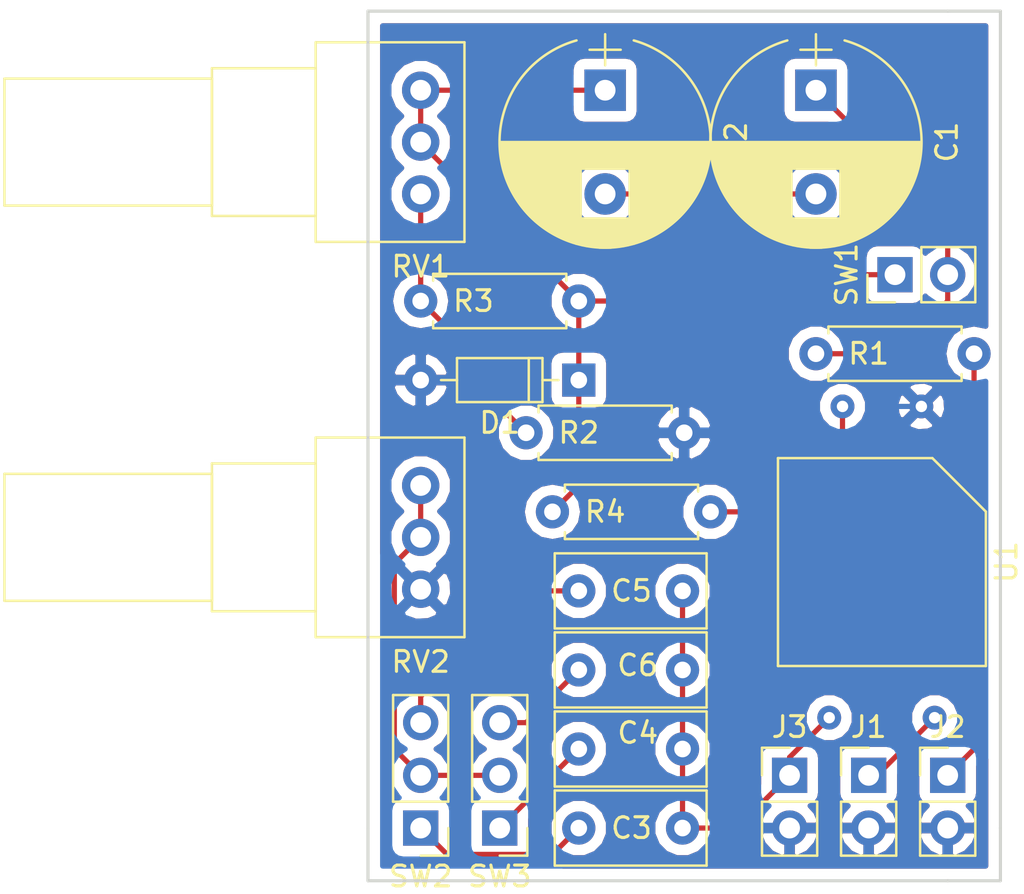
<source format=kicad_pcb>
(kicad_pcb (version 4) (host pcbnew 4.0.7)

  (general
    (links 32)
    (no_connects 0)
    (area 96.444999 63.424999 127.075001 105.485001)
    (thickness 1.6)
    (drawings 8)
    (tracks 67)
    (zones 0)
    (modules 20)
    (nets 15)
  )

  (page A4)
  (layers
    (0 F.Cu signal)
    (31 B.Cu signal hide)
    (32 B.Adhes user)
    (33 F.Adhes user)
    (34 B.Paste user)
    (35 F.Paste user)
    (36 B.SilkS user)
    (37 F.SilkS user)
    (38 B.Mask user)
    (39 F.Mask user)
    (40 Dwgs.User user)
    (41 Cmts.User user)
    (42 Eco1.User user)
    (43 Eco2.User user)
    (44 Edge.Cuts user)
    (45 Margin user)
    (46 B.CrtYd user)
    (47 F.CrtYd user)
    (48 B.Fab user)
    (49 F.Fab user)
  )

  (setup
    (last_trace_width 0.25)
    (trace_clearance 0.2)
    (zone_clearance 0.508)
    (zone_45_only no)
    (trace_min 0.2)
    (segment_width 0.2)
    (edge_width 0.15)
    (via_size 0.6)
    (via_drill 0.4)
    (via_min_size 0.4)
    (via_min_drill 0.3)
    (uvia_size 0.3)
    (uvia_drill 0.1)
    (uvias_allowed no)
    (uvia_min_size 0.2)
    (uvia_min_drill 0.1)
    (pcb_text_width 0.3)
    (pcb_text_size 1.5 1.5)
    (mod_edge_width 0.15)
    (mod_text_size 1 1)
    (mod_text_width 0.15)
    (pad_size 1.524 1.524)
    (pad_drill 0.762)
    (pad_to_mask_clearance 0.2)
    (aux_axis_origin 0 0)
    (visible_elements FFFFFFFF)
    (pcbplotparams
      (layerselection 0x00030_80000001)
      (usegerberextensions false)
      (excludeedgelayer true)
      (linewidth 0.100000)
      (plotframeref false)
      (viasonmask false)
      (mode 1)
      (useauxorigin false)
      (hpglpennumber 1)
      (hpglpenspeed 20)
      (hpglpendiameter 15)
      (hpglpenoverlay 2)
      (psnegative false)
      (psa4output false)
      (plotreference true)
      (plotvalue true)
      (plotinvisibletext false)
      (padsonsilk false)
      (subtractmaskfromsilk false)
      (outputformat 1)
      (mirror false)
      (drillshape 1)
      (scaleselection 1)
      (outputdirectory ""))
  )

  (net 0 "")
  (net 1 "Net-(C1-Pad1)")
  (net 2 "Net-(C1-Pad2)")
  (net 3 "Net-(C2-Pad1)")
  (net 4 "Net-(C3-Pad1)")
  (net 5 "Net-(C3-Pad2)")
  (net 6 "Net-(C4-Pad1)")
  (net 7 "Net-(C5-Pad1)")
  (net 8 "Net-(C6-Pad1)")
  (net 9 GND)
  (net 10 "Net-(J1-Pad1)")
  (net 11 "Net-(J2-Pad1)")
  (net 12 "Net-(R2-Pad1)")
  (net 13 "Net-(R4-Pad1)")
  (net 14 "Net-(RV2-Pad1)")

  (net_class Default "This is the default net class."
    (clearance 0.2)
    (trace_width 0.25)
    (via_dia 0.6)
    (via_drill 0.4)
    (uvia_dia 0.3)
    (uvia_drill 0.1)
    (add_net GND)
    (add_net "Net-(C1-Pad1)")
    (add_net "Net-(C1-Pad2)")
    (add_net "Net-(C2-Pad1)")
    (add_net "Net-(C3-Pad1)")
    (add_net "Net-(C3-Pad2)")
    (add_net "Net-(C4-Pad1)")
    (add_net "Net-(C5-Pad1)")
    (add_net "Net-(C6-Pad1)")
    (add_net "Net-(J1-Pad1)")
    (add_net "Net-(J2-Pad1)")
    (add_net "Net-(R2-Pad1)")
    (add_net "Net-(R4-Pad1)")
    (add_net "Net-(RV2-Pad1)")
  )

  (module Capacitors_THT:CP_Radial_D10.0mm_P5.00mm placed (layer F.Cu) (tedit 5B47A4F8) (tstamp 5B479F4F)
    (at 118.11 67.31 270)
    (descr "CP, Radial series, Radial, pin pitch=5.00mm, , diameter=10mm, Electrolytic Capacitor")
    (tags "CP Radial series Radial pin pitch 5.00mm  diameter 10mm Electrolytic Capacitor")
    (path /5B13A689)
    (fp_text reference C1 (at 2.5 -6.31 270) (layer F.SilkS)
      (effects (font (size 1 1) (thickness 0.15)))
    )
    (fp_text value 1000uF (at 0 3.81 270) (layer F.Fab)
      (effects (font (size 1 1) (thickness 0.15)))
    )
    (fp_arc (start 2.5 0) (end -2.399357 -1.38) (angle 148.5) (layer F.SilkS) (width 0.12))
    (fp_arc (start 2.5 0) (end -2.399357 1.38) (angle -148.5) (layer F.SilkS) (width 0.12))
    (fp_arc (start 2.5 0) (end 7.399357 -1.38) (angle 31.5) (layer F.SilkS) (width 0.12))
    (fp_circle (center 2.5 0) (end 7.5 0) (layer F.Fab) (width 0.1))
    (fp_line (start -2.7 0) (end -1.2 0) (layer F.Fab) (width 0.1))
    (fp_line (start -1.95 -0.75) (end -1.95 0.75) (layer F.Fab) (width 0.1))
    (fp_line (start 2.5 -5.05) (end 2.5 5.05) (layer F.SilkS) (width 0.12))
    (fp_line (start 2.54 -5.05) (end 2.54 5.05) (layer F.SilkS) (width 0.12))
    (fp_line (start 2.58 -5.05) (end 2.58 5.05) (layer F.SilkS) (width 0.12))
    (fp_line (start 2.62 -5.049) (end 2.62 5.049) (layer F.SilkS) (width 0.12))
    (fp_line (start 2.66 -5.048) (end 2.66 5.048) (layer F.SilkS) (width 0.12))
    (fp_line (start 2.7 -5.047) (end 2.7 5.047) (layer F.SilkS) (width 0.12))
    (fp_line (start 2.74 -5.045) (end 2.74 5.045) (layer F.SilkS) (width 0.12))
    (fp_line (start 2.78 -5.043) (end 2.78 5.043) (layer F.SilkS) (width 0.12))
    (fp_line (start 2.82 -5.04) (end 2.82 5.04) (layer F.SilkS) (width 0.12))
    (fp_line (start 2.86 -5.038) (end 2.86 5.038) (layer F.SilkS) (width 0.12))
    (fp_line (start 2.9 -5.035) (end 2.9 5.035) (layer F.SilkS) (width 0.12))
    (fp_line (start 2.94 -5.031) (end 2.94 5.031) (layer F.SilkS) (width 0.12))
    (fp_line (start 2.98 -5.028) (end 2.98 5.028) (layer F.SilkS) (width 0.12))
    (fp_line (start 3.02 -5.024) (end 3.02 5.024) (layer F.SilkS) (width 0.12))
    (fp_line (start 3.06 -5.02) (end 3.06 5.02) (layer F.SilkS) (width 0.12))
    (fp_line (start 3.1 -5.015) (end 3.1 5.015) (layer F.SilkS) (width 0.12))
    (fp_line (start 3.14 -5.01) (end 3.14 5.01) (layer F.SilkS) (width 0.12))
    (fp_line (start 3.18 -5.005) (end 3.18 5.005) (layer F.SilkS) (width 0.12))
    (fp_line (start 3.221 -4.999) (end 3.221 4.999) (layer F.SilkS) (width 0.12))
    (fp_line (start 3.261 -4.993) (end 3.261 4.993) (layer F.SilkS) (width 0.12))
    (fp_line (start 3.301 -4.987) (end 3.301 4.987) (layer F.SilkS) (width 0.12))
    (fp_line (start 3.341 -4.981) (end 3.341 4.981) (layer F.SilkS) (width 0.12))
    (fp_line (start 3.381 -4.974) (end 3.381 4.974) (layer F.SilkS) (width 0.12))
    (fp_line (start 3.421 -4.967) (end 3.421 4.967) (layer F.SilkS) (width 0.12))
    (fp_line (start 3.461 -4.959) (end 3.461 4.959) (layer F.SilkS) (width 0.12))
    (fp_line (start 3.501 -4.951) (end 3.501 4.951) (layer F.SilkS) (width 0.12))
    (fp_line (start 3.541 -4.943) (end 3.541 4.943) (layer F.SilkS) (width 0.12))
    (fp_line (start 3.581 -4.935) (end 3.581 4.935) (layer F.SilkS) (width 0.12))
    (fp_line (start 3.621 -4.926) (end 3.621 4.926) (layer F.SilkS) (width 0.12))
    (fp_line (start 3.661 -4.917) (end 3.661 4.917) (layer F.SilkS) (width 0.12))
    (fp_line (start 3.701 -4.907) (end 3.701 4.907) (layer F.SilkS) (width 0.12))
    (fp_line (start 3.741 -4.897) (end 3.741 4.897) (layer F.SilkS) (width 0.12))
    (fp_line (start 3.781 -4.887) (end 3.781 4.887) (layer F.SilkS) (width 0.12))
    (fp_line (start 3.821 -4.876) (end 3.821 -1.181) (layer F.SilkS) (width 0.12))
    (fp_line (start 3.821 1.181) (end 3.821 4.876) (layer F.SilkS) (width 0.12))
    (fp_line (start 3.861 -4.865) (end 3.861 -1.181) (layer F.SilkS) (width 0.12))
    (fp_line (start 3.861 1.181) (end 3.861 4.865) (layer F.SilkS) (width 0.12))
    (fp_line (start 3.901 -4.854) (end 3.901 -1.181) (layer F.SilkS) (width 0.12))
    (fp_line (start 3.901 1.181) (end 3.901 4.854) (layer F.SilkS) (width 0.12))
    (fp_line (start 3.941 -4.843) (end 3.941 -1.181) (layer F.SilkS) (width 0.12))
    (fp_line (start 3.941 1.181) (end 3.941 4.843) (layer F.SilkS) (width 0.12))
    (fp_line (start 3.981 -4.831) (end 3.981 -1.181) (layer F.SilkS) (width 0.12))
    (fp_line (start 3.981 1.181) (end 3.981 4.831) (layer F.SilkS) (width 0.12))
    (fp_line (start 4.021 -4.818) (end 4.021 -1.181) (layer F.SilkS) (width 0.12))
    (fp_line (start 4.021 1.181) (end 4.021 4.818) (layer F.SilkS) (width 0.12))
    (fp_line (start 4.061 -4.806) (end 4.061 -1.181) (layer F.SilkS) (width 0.12))
    (fp_line (start 4.061 1.181) (end 4.061 4.806) (layer F.SilkS) (width 0.12))
    (fp_line (start 4.101 -4.792) (end 4.101 -1.181) (layer F.SilkS) (width 0.12))
    (fp_line (start 4.101 1.181) (end 4.101 4.792) (layer F.SilkS) (width 0.12))
    (fp_line (start 4.141 -4.779) (end 4.141 -1.181) (layer F.SilkS) (width 0.12))
    (fp_line (start 4.141 1.181) (end 4.141 4.779) (layer F.SilkS) (width 0.12))
    (fp_line (start 4.181 -4.765) (end 4.181 -1.181) (layer F.SilkS) (width 0.12))
    (fp_line (start 4.181 1.181) (end 4.181 4.765) (layer F.SilkS) (width 0.12))
    (fp_line (start 4.221 -4.751) (end 4.221 -1.181) (layer F.SilkS) (width 0.12))
    (fp_line (start 4.221 1.181) (end 4.221 4.751) (layer F.SilkS) (width 0.12))
    (fp_line (start 4.261 -4.737) (end 4.261 -1.181) (layer F.SilkS) (width 0.12))
    (fp_line (start 4.261 1.181) (end 4.261 4.737) (layer F.SilkS) (width 0.12))
    (fp_line (start 4.301 -4.722) (end 4.301 -1.181) (layer F.SilkS) (width 0.12))
    (fp_line (start 4.301 1.181) (end 4.301 4.722) (layer F.SilkS) (width 0.12))
    (fp_line (start 4.341 -4.706) (end 4.341 -1.181) (layer F.SilkS) (width 0.12))
    (fp_line (start 4.341 1.181) (end 4.341 4.706) (layer F.SilkS) (width 0.12))
    (fp_line (start 4.381 -4.691) (end 4.381 -1.181) (layer F.SilkS) (width 0.12))
    (fp_line (start 4.381 1.181) (end 4.381 4.691) (layer F.SilkS) (width 0.12))
    (fp_line (start 4.421 -4.674) (end 4.421 -1.181) (layer F.SilkS) (width 0.12))
    (fp_line (start 4.421 1.181) (end 4.421 4.674) (layer F.SilkS) (width 0.12))
    (fp_line (start 4.461 -4.658) (end 4.461 -1.181) (layer F.SilkS) (width 0.12))
    (fp_line (start 4.461 1.181) (end 4.461 4.658) (layer F.SilkS) (width 0.12))
    (fp_line (start 4.501 -4.641) (end 4.501 -1.181) (layer F.SilkS) (width 0.12))
    (fp_line (start 4.501 1.181) (end 4.501 4.641) (layer F.SilkS) (width 0.12))
    (fp_line (start 4.541 -4.624) (end 4.541 -1.181) (layer F.SilkS) (width 0.12))
    (fp_line (start 4.541 1.181) (end 4.541 4.624) (layer F.SilkS) (width 0.12))
    (fp_line (start 4.581 -4.606) (end 4.581 -1.181) (layer F.SilkS) (width 0.12))
    (fp_line (start 4.581 1.181) (end 4.581 4.606) (layer F.SilkS) (width 0.12))
    (fp_line (start 4.621 -4.588) (end 4.621 -1.181) (layer F.SilkS) (width 0.12))
    (fp_line (start 4.621 1.181) (end 4.621 4.588) (layer F.SilkS) (width 0.12))
    (fp_line (start 4.661 -4.569) (end 4.661 -1.181) (layer F.SilkS) (width 0.12))
    (fp_line (start 4.661 1.181) (end 4.661 4.569) (layer F.SilkS) (width 0.12))
    (fp_line (start 4.701 -4.55) (end 4.701 -1.181) (layer F.SilkS) (width 0.12))
    (fp_line (start 4.701 1.181) (end 4.701 4.55) (layer F.SilkS) (width 0.12))
    (fp_line (start 4.741 -4.531) (end 4.741 -1.181) (layer F.SilkS) (width 0.12))
    (fp_line (start 4.741 1.181) (end 4.741 4.531) (layer F.SilkS) (width 0.12))
    (fp_line (start 4.781 -4.511) (end 4.781 -1.181) (layer F.SilkS) (width 0.12))
    (fp_line (start 4.781 1.181) (end 4.781 4.511) (layer F.SilkS) (width 0.12))
    (fp_line (start 4.821 -4.491) (end 4.821 -1.181) (layer F.SilkS) (width 0.12))
    (fp_line (start 4.821 1.181) (end 4.821 4.491) (layer F.SilkS) (width 0.12))
    (fp_line (start 4.861 -4.47) (end 4.861 -1.181) (layer F.SilkS) (width 0.12))
    (fp_line (start 4.861 1.181) (end 4.861 4.47) (layer F.SilkS) (width 0.12))
    (fp_line (start 4.901 -4.449) (end 4.901 -1.181) (layer F.SilkS) (width 0.12))
    (fp_line (start 4.901 1.181) (end 4.901 4.449) (layer F.SilkS) (width 0.12))
    (fp_line (start 4.941 -4.428) (end 4.941 -1.181) (layer F.SilkS) (width 0.12))
    (fp_line (start 4.941 1.181) (end 4.941 4.428) (layer F.SilkS) (width 0.12))
    (fp_line (start 4.981 -4.405) (end 4.981 -1.181) (layer F.SilkS) (width 0.12))
    (fp_line (start 4.981 1.181) (end 4.981 4.405) (layer F.SilkS) (width 0.12))
    (fp_line (start 5.021 -4.383) (end 5.021 -1.181) (layer F.SilkS) (width 0.12))
    (fp_line (start 5.021 1.181) (end 5.021 4.383) (layer F.SilkS) (width 0.12))
    (fp_line (start 5.061 -4.36) (end 5.061 -1.181) (layer F.SilkS) (width 0.12))
    (fp_line (start 5.061 1.181) (end 5.061 4.36) (layer F.SilkS) (width 0.12))
    (fp_line (start 5.101 -4.336) (end 5.101 -1.181) (layer F.SilkS) (width 0.12))
    (fp_line (start 5.101 1.181) (end 5.101 4.336) (layer F.SilkS) (width 0.12))
    (fp_line (start 5.141 -4.312) (end 5.141 -1.181) (layer F.SilkS) (width 0.12))
    (fp_line (start 5.141 1.181) (end 5.141 4.312) (layer F.SilkS) (width 0.12))
    (fp_line (start 5.181 -4.288) (end 5.181 -1.181) (layer F.SilkS) (width 0.12))
    (fp_line (start 5.181 1.181) (end 5.181 4.288) (layer F.SilkS) (width 0.12))
    (fp_line (start 5.221 -4.263) (end 5.221 -1.181) (layer F.SilkS) (width 0.12))
    (fp_line (start 5.221 1.181) (end 5.221 4.263) (layer F.SilkS) (width 0.12))
    (fp_line (start 5.261 -4.237) (end 5.261 -1.181) (layer F.SilkS) (width 0.12))
    (fp_line (start 5.261 1.181) (end 5.261 4.237) (layer F.SilkS) (width 0.12))
    (fp_line (start 5.301 -4.211) (end 5.301 -1.181) (layer F.SilkS) (width 0.12))
    (fp_line (start 5.301 1.181) (end 5.301 4.211) (layer F.SilkS) (width 0.12))
    (fp_line (start 5.341 -4.185) (end 5.341 -1.181) (layer F.SilkS) (width 0.12))
    (fp_line (start 5.341 1.181) (end 5.341 4.185) (layer F.SilkS) (width 0.12))
    (fp_line (start 5.381 -4.157) (end 5.381 -1.181) (layer F.SilkS) (width 0.12))
    (fp_line (start 5.381 1.181) (end 5.381 4.157) (layer F.SilkS) (width 0.12))
    (fp_line (start 5.421 -4.13) (end 5.421 -1.181) (layer F.SilkS) (width 0.12))
    (fp_line (start 5.421 1.181) (end 5.421 4.13) (layer F.SilkS) (width 0.12))
    (fp_line (start 5.461 -4.101) (end 5.461 -1.181) (layer F.SilkS) (width 0.12))
    (fp_line (start 5.461 1.181) (end 5.461 4.101) (layer F.SilkS) (width 0.12))
    (fp_line (start 5.501 -4.072) (end 5.501 -1.181) (layer F.SilkS) (width 0.12))
    (fp_line (start 5.501 1.181) (end 5.501 4.072) (layer F.SilkS) (width 0.12))
    (fp_line (start 5.541 -4.043) (end 5.541 -1.181) (layer F.SilkS) (width 0.12))
    (fp_line (start 5.541 1.181) (end 5.541 4.043) (layer F.SilkS) (width 0.12))
    (fp_line (start 5.581 -4.013) (end 5.581 -1.181) (layer F.SilkS) (width 0.12))
    (fp_line (start 5.581 1.181) (end 5.581 4.013) (layer F.SilkS) (width 0.12))
    (fp_line (start 5.621 -3.982) (end 5.621 -1.181) (layer F.SilkS) (width 0.12))
    (fp_line (start 5.621 1.181) (end 5.621 3.982) (layer F.SilkS) (width 0.12))
    (fp_line (start 5.661 -3.951) (end 5.661 -1.181) (layer F.SilkS) (width 0.12))
    (fp_line (start 5.661 1.181) (end 5.661 3.951) (layer F.SilkS) (width 0.12))
    (fp_line (start 5.701 -3.919) (end 5.701 -1.181) (layer F.SilkS) (width 0.12))
    (fp_line (start 5.701 1.181) (end 5.701 3.919) (layer F.SilkS) (width 0.12))
    (fp_line (start 5.741 -3.886) (end 5.741 -1.181) (layer F.SilkS) (width 0.12))
    (fp_line (start 5.741 1.181) (end 5.741 3.886) (layer F.SilkS) (width 0.12))
    (fp_line (start 5.781 -3.853) (end 5.781 -1.181) (layer F.SilkS) (width 0.12))
    (fp_line (start 5.781 1.181) (end 5.781 3.853) (layer F.SilkS) (width 0.12))
    (fp_line (start 5.821 -3.819) (end 5.821 -1.181) (layer F.SilkS) (width 0.12))
    (fp_line (start 5.821 1.181) (end 5.821 3.819) (layer F.SilkS) (width 0.12))
    (fp_line (start 5.861 -3.784) (end 5.861 -1.181) (layer F.SilkS) (width 0.12))
    (fp_line (start 5.861 1.181) (end 5.861 3.784) (layer F.SilkS) (width 0.12))
    (fp_line (start 5.901 -3.748) (end 5.901 -1.181) (layer F.SilkS) (width 0.12))
    (fp_line (start 5.901 1.181) (end 5.901 3.748) (layer F.SilkS) (width 0.12))
    (fp_line (start 5.941 -3.712) (end 5.941 -1.181) (layer F.SilkS) (width 0.12))
    (fp_line (start 5.941 1.181) (end 5.941 3.712) (layer F.SilkS) (width 0.12))
    (fp_line (start 5.981 -3.675) (end 5.981 -1.181) (layer F.SilkS) (width 0.12))
    (fp_line (start 5.981 1.181) (end 5.981 3.675) (layer F.SilkS) (width 0.12))
    (fp_line (start 6.021 -3.637) (end 6.021 -1.181) (layer F.SilkS) (width 0.12))
    (fp_line (start 6.021 1.181) (end 6.021 3.637) (layer F.SilkS) (width 0.12))
    (fp_line (start 6.061 -3.598) (end 6.061 -1.181) (layer F.SilkS) (width 0.12))
    (fp_line (start 6.061 1.181) (end 6.061 3.598) (layer F.SilkS) (width 0.12))
    (fp_line (start 6.101 -3.559) (end 6.101 -1.181) (layer F.SilkS) (width 0.12))
    (fp_line (start 6.101 1.181) (end 6.101 3.559) (layer F.SilkS) (width 0.12))
    (fp_line (start 6.141 -3.518) (end 6.141 -1.181) (layer F.SilkS) (width 0.12))
    (fp_line (start 6.141 1.181) (end 6.141 3.518) (layer F.SilkS) (width 0.12))
    (fp_line (start 6.181 -3.477) (end 6.181 3.477) (layer F.SilkS) (width 0.12))
    (fp_line (start 6.221 -3.435) (end 6.221 3.435) (layer F.SilkS) (width 0.12))
    (fp_line (start 6.261 -3.391) (end 6.261 3.391) (layer F.SilkS) (width 0.12))
    (fp_line (start 6.301 -3.347) (end 6.301 3.347) (layer F.SilkS) (width 0.12))
    (fp_line (start 6.341 -3.302) (end 6.341 3.302) (layer F.SilkS) (width 0.12))
    (fp_line (start 6.381 -3.255) (end 6.381 3.255) (layer F.SilkS) (width 0.12))
    (fp_line (start 6.421 -3.207) (end 6.421 3.207) (layer F.SilkS) (width 0.12))
    (fp_line (start 6.461 -3.158) (end 6.461 3.158) (layer F.SilkS) (width 0.12))
    (fp_line (start 6.501 -3.108) (end 6.501 3.108) (layer F.SilkS) (width 0.12))
    (fp_line (start 6.541 -3.057) (end 6.541 3.057) (layer F.SilkS) (width 0.12))
    (fp_line (start 6.581 -3.004) (end 6.581 3.004) (layer F.SilkS) (width 0.12))
    (fp_line (start 6.621 -2.949) (end 6.621 2.949) (layer F.SilkS) (width 0.12))
    (fp_line (start 6.661 -2.894) (end 6.661 2.894) (layer F.SilkS) (width 0.12))
    (fp_line (start 6.701 -2.836) (end 6.701 2.836) (layer F.SilkS) (width 0.12))
    (fp_line (start 6.741 -2.777) (end 6.741 2.777) (layer F.SilkS) (width 0.12))
    (fp_line (start 6.781 -2.715) (end 6.781 2.715) (layer F.SilkS) (width 0.12))
    (fp_line (start 6.821 -2.652) (end 6.821 2.652) (layer F.SilkS) (width 0.12))
    (fp_line (start 6.861 -2.587) (end 6.861 2.587) (layer F.SilkS) (width 0.12))
    (fp_line (start 6.901 -2.519) (end 6.901 2.519) (layer F.SilkS) (width 0.12))
    (fp_line (start 6.941 -2.449) (end 6.941 2.449) (layer F.SilkS) (width 0.12))
    (fp_line (start 6.981 -2.377) (end 6.981 2.377) (layer F.SilkS) (width 0.12))
    (fp_line (start 7.021 -2.301) (end 7.021 2.301) (layer F.SilkS) (width 0.12))
    (fp_line (start 7.061 -2.222) (end 7.061 2.222) (layer F.SilkS) (width 0.12))
    (fp_line (start 7.101 -2.14) (end 7.101 2.14) (layer F.SilkS) (width 0.12))
    (fp_line (start 7.141 -2.053) (end 7.141 2.053) (layer F.SilkS) (width 0.12))
    (fp_line (start 7.181 -1.962) (end 7.181 1.962) (layer F.SilkS) (width 0.12))
    (fp_line (start 7.221 -1.866) (end 7.221 1.866) (layer F.SilkS) (width 0.12))
    (fp_line (start 7.261 -1.763) (end 7.261 1.763) (layer F.SilkS) (width 0.12))
    (fp_line (start 7.301 -1.654) (end 7.301 1.654) (layer F.SilkS) (width 0.12))
    (fp_line (start 7.341 -1.536) (end 7.341 1.536) (layer F.SilkS) (width 0.12))
    (fp_line (start 7.381 -1.407) (end 7.381 1.407) (layer F.SilkS) (width 0.12))
    (fp_line (start 7.421 -1.265) (end 7.421 1.265) (layer F.SilkS) (width 0.12))
    (fp_line (start 7.461 -1.104) (end 7.461 1.104) (layer F.SilkS) (width 0.12))
    (fp_line (start 7.501 -0.913) (end 7.501 0.913) (layer F.SilkS) (width 0.12))
    (fp_line (start 7.541 -0.672) (end 7.541 0.672) (layer F.SilkS) (width 0.12))
    (fp_line (start 7.581 -0.279) (end 7.581 0.279) (layer F.SilkS) (width 0.12))
    (fp_line (start -2.7 0) (end -1.2 0) (layer F.SilkS) (width 0.12))
    (fp_line (start -1.95 -0.75) (end -1.95 0.75) (layer F.SilkS) (width 0.12))
    (fp_line (start -2.85 -5.35) (end -2.85 5.35) (layer F.CrtYd) (width 0.05))
    (fp_line (start -2.85 5.35) (end 7.85 5.35) (layer F.CrtYd) (width 0.05))
    (fp_line (start 7.85 5.35) (end 7.85 -5.35) (layer F.CrtYd) (width 0.05))
    (fp_line (start 7.85 -5.35) (end -2.85 -5.35) (layer F.CrtYd) (width 0.05))
    (fp_text user %R (at 2.5 0 270) (layer F.Fab)
      (effects (font (size 1 1) (thickness 0.15)))
    )
    (pad 1 thru_hole rect (at 0 0 270) (size 2 2) (drill 1) (layers *.Cu *.Mask)
      (net 1 "Net-(C1-Pad1)"))
    (pad 2 thru_hole circle (at 5 0 270) (size 2 2) (drill 1) (layers *.Cu *.Mask)
      (net 2 "Net-(C1-Pad2)"))
    (model ${KISYS3DMOD}/Capacitors_THT.3dshapes/CP_Radial_D10.0mm_P5.00mm.wrl
      (at (xyz 0 0 0))
      (scale (xyz 1 1 1))
      (rotate (xyz 0 0 0))
    )
  )

  (module Capacitors_THT:CP_Radial_D10.0mm_P5.00mm placed (layer F.Cu) (tedit 5B47A4F4) (tstamp 5B479F55)
    (at 107.95 67.31 270)
    (descr "CP, Radial series, Radial, pin pitch=5.00mm, , diameter=10mm, Electrolytic Capacitor")
    (tags "CP Radial series Radial pin pitch 5.00mm  diameter 10mm Electrolytic Capacitor")
    (path /5B13A60C)
    (fp_text reference C2 (at 2.5 -6.31 270) (layer F.SilkS)
      (effects (font (size 1 1) (thickness 0.15)))
    )
    (fp_text value 1000uF (at 0 3.81 270) (layer F.Fab)
      (effects (font (size 1 1) (thickness 0.15)))
    )
    (fp_arc (start 2.5 0) (end -2.399357 -1.38) (angle 148.5) (layer F.SilkS) (width 0.12))
    (fp_arc (start 2.5 0) (end -2.399357 1.38) (angle -148.5) (layer F.SilkS) (width 0.12))
    (fp_arc (start 2.5 0) (end 7.399357 -1.38) (angle 31.5) (layer F.SilkS) (width 0.12))
    (fp_circle (center 2.5 0) (end 7.5 0) (layer F.Fab) (width 0.1))
    (fp_line (start -2.7 0) (end -1.2 0) (layer F.Fab) (width 0.1))
    (fp_line (start -1.95 -0.75) (end -1.95 0.75) (layer F.Fab) (width 0.1))
    (fp_line (start 2.5 -5.05) (end 2.5 5.05) (layer F.SilkS) (width 0.12))
    (fp_line (start 2.54 -5.05) (end 2.54 5.05) (layer F.SilkS) (width 0.12))
    (fp_line (start 2.58 -5.05) (end 2.58 5.05) (layer F.SilkS) (width 0.12))
    (fp_line (start 2.62 -5.049) (end 2.62 5.049) (layer F.SilkS) (width 0.12))
    (fp_line (start 2.66 -5.048) (end 2.66 5.048) (layer F.SilkS) (width 0.12))
    (fp_line (start 2.7 -5.047) (end 2.7 5.047) (layer F.SilkS) (width 0.12))
    (fp_line (start 2.74 -5.045) (end 2.74 5.045) (layer F.SilkS) (width 0.12))
    (fp_line (start 2.78 -5.043) (end 2.78 5.043) (layer F.SilkS) (width 0.12))
    (fp_line (start 2.82 -5.04) (end 2.82 5.04) (layer F.SilkS) (width 0.12))
    (fp_line (start 2.86 -5.038) (end 2.86 5.038) (layer F.SilkS) (width 0.12))
    (fp_line (start 2.9 -5.035) (end 2.9 5.035) (layer F.SilkS) (width 0.12))
    (fp_line (start 2.94 -5.031) (end 2.94 5.031) (layer F.SilkS) (width 0.12))
    (fp_line (start 2.98 -5.028) (end 2.98 5.028) (layer F.SilkS) (width 0.12))
    (fp_line (start 3.02 -5.024) (end 3.02 5.024) (layer F.SilkS) (width 0.12))
    (fp_line (start 3.06 -5.02) (end 3.06 5.02) (layer F.SilkS) (width 0.12))
    (fp_line (start 3.1 -5.015) (end 3.1 5.015) (layer F.SilkS) (width 0.12))
    (fp_line (start 3.14 -5.01) (end 3.14 5.01) (layer F.SilkS) (width 0.12))
    (fp_line (start 3.18 -5.005) (end 3.18 5.005) (layer F.SilkS) (width 0.12))
    (fp_line (start 3.221 -4.999) (end 3.221 4.999) (layer F.SilkS) (width 0.12))
    (fp_line (start 3.261 -4.993) (end 3.261 4.993) (layer F.SilkS) (width 0.12))
    (fp_line (start 3.301 -4.987) (end 3.301 4.987) (layer F.SilkS) (width 0.12))
    (fp_line (start 3.341 -4.981) (end 3.341 4.981) (layer F.SilkS) (width 0.12))
    (fp_line (start 3.381 -4.974) (end 3.381 4.974) (layer F.SilkS) (width 0.12))
    (fp_line (start 3.421 -4.967) (end 3.421 4.967) (layer F.SilkS) (width 0.12))
    (fp_line (start 3.461 -4.959) (end 3.461 4.959) (layer F.SilkS) (width 0.12))
    (fp_line (start 3.501 -4.951) (end 3.501 4.951) (layer F.SilkS) (width 0.12))
    (fp_line (start 3.541 -4.943) (end 3.541 4.943) (layer F.SilkS) (width 0.12))
    (fp_line (start 3.581 -4.935) (end 3.581 4.935) (layer F.SilkS) (width 0.12))
    (fp_line (start 3.621 -4.926) (end 3.621 4.926) (layer F.SilkS) (width 0.12))
    (fp_line (start 3.661 -4.917) (end 3.661 4.917) (layer F.SilkS) (width 0.12))
    (fp_line (start 3.701 -4.907) (end 3.701 4.907) (layer F.SilkS) (width 0.12))
    (fp_line (start 3.741 -4.897) (end 3.741 4.897) (layer F.SilkS) (width 0.12))
    (fp_line (start 3.781 -4.887) (end 3.781 4.887) (layer F.SilkS) (width 0.12))
    (fp_line (start 3.821 -4.876) (end 3.821 -1.181) (layer F.SilkS) (width 0.12))
    (fp_line (start 3.821 1.181) (end 3.821 4.876) (layer F.SilkS) (width 0.12))
    (fp_line (start 3.861 -4.865) (end 3.861 -1.181) (layer F.SilkS) (width 0.12))
    (fp_line (start 3.861 1.181) (end 3.861 4.865) (layer F.SilkS) (width 0.12))
    (fp_line (start 3.901 -4.854) (end 3.901 -1.181) (layer F.SilkS) (width 0.12))
    (fp_line (start 3.901 1.181) (end 3.901 4.854) (layer F.SilkS) (width 0.12))
    (fp_line (start 3.941 -4.843) (end 3.941 -1.181) (layer F.SilkS) (width 0.12))
    (fp_line (start 3.941 1.181) (end 3.941 4.843) (layer F.SilkS) (width 0.12))
    (fp_line (start 3.981 -4.831) (end 3.981 -1.181) (layer F.SilkS) (width 0.12))
    (fp_line (start 3.981 1.181) (end 3.981 4.831) (layer F.SilkS) (width 0.12))
    (fp_line (start 4.021 -4.818) (end 4.021 -1.181) (layer F.SilkS) (width 0.12))
    (fp_line (start 4.021 1.181) (end 4.021 4.818) (layer F.SilkS) (width 0.12))
    (fp_line (start 4.061 -4.806) (end 4.061 -1.181) (layer F.SilkS) (width 0.12))
    (fp_line (start 4.061 1.181) (end 4.061 4.806) (layer F.SilkS) (width 0.12))
    (fp_line (start 4.101 -4.792) (end 4.101 -1.181) (layer F.SilkS) (width 0.12))
    (fp_line (start 4.101 1.181) (end 4.101 4.792) (layer F.SilkS) (width 0.12))
    (fp_line (start 4.141 -4.779) (end 4.141 -1.181) (layer F.SilkS) (width 0.12))
    (fp_line (start 4.141 1.181) (end 4.141 4.779) (layer F.SilkS) (width 0.12))
    (fp_line (start 4.181 -4.765) (end 4.181 -1.181) (layer F.SilkS) (width 0.12))
    (fp_line (start 4.181 1.181) (end 4.181 4.765) (layer F.SilkS) (width 0.12))
    (fp_line (start 4.221 -4.751) (end 4.221 -1.181) (layer F.SilkS) (width 0.12))
    (fp_line (start 4.221 1.181) (end 4.221 4.751) (layer F.SilkS) (width 0.12))
    (fp_line (start 4.261 -4.737) (end 4.261 -1.181) (layer F.SilkS) (width 0.12))
    (fp_line (start 4.261 1.181) (end 4.261 4.737) (layer F.SilkS) (width 0.12))
    (fp_line (start 4.301 -4.722) (end 4.301 -1.181) (layer F.SilkS) (width 0.12))
    (fp_line (start 4.301 1.181) (end 4.301 4.722) (layer F.SilkS) (width 0.12))
    (fp_line (start 4.341 -4.706) (end 4.341 -1.181) (layer F.SilkS) (width 0.12))
    (fp_line (start 4.341 1.181) (end 4.341 4.706) (layer F.SilkS) (width 0.12))
    (fp_line (start 4.381 -4.691) (end 4.381 -1.181) (layer F.SilkS) (width 0.12))
    (fp_line (start 4.381 1.181) (end 4.381 4.691) (layer F.SilkS) (width 0.12))
    (fp_line (start 4.421 -4.674) (end 4.421 -1.181) (layer F.SilkS) (width 0.12))
    (fp_line (start 4.421 1.181) (end 4.421 4.674) (layer F.SilkS) (width 0.12))
    (fp_line (start 4.461 -4.658) (end 4.461 -1.181) (layer F.SilkS) (width 0.12))
    (fp_line (start 4.461 1.181) (end 4.461 4.658) (layer F.SilkS) (width 0.12))
    (fp_line (start 4.501 -4.641) (end 4.501 -1.181) (layer F.SilkS) (width 0.12))
    (fp_line (start 4.501 1.181) (end 4.501 4.641) (layer F.SilkS) (width 0.12))
    (fp_line (start 4.541 -4.624) (end 4.541 -1.181) (layer F.SilkS) (width 0.12))
    (fp_line (start 4.541 1.181) (end 4.541 4.624) (layer F.SilkS) (width 0.12))
    (fp_line (start 4.581 -4.606) (end 4.581 -1.181) (layer F.SilkS) (width 0.12))
    (fp_line (start 4.581 1.181) (end 4.581 4.606) (layer F.SilkS) (width 0.12))
    (fp_line (start 4.621 -4.588) (end 4.621 -1.181) (layer F.SilkS) (width 0.12))
    (fp_line (start 4.621 1.181) (end 4.621 4.588) (layer F.SilkS) (width 0.12))
    (fp_line (start 4.661 -4.569) (end 4.661 -1.181) (layer F.SilkS) (width 0.12))
    (fp_line (start 4.661 1.181) (end 4.661 4.569) (layer F.SilkS) (width 0.12))
    (fp_line (start 4.701 -4.55) (end 4.701 -1.181) (layer F.SilkS) (width 0.12))
    (fp_line (start 4.701 1.181) (end 4.701 4.55) (layer F.SilkS) (width 0.12))
    (fp_line (start 4.741 -4.531) (end 4.741 -1.181) (layer F.SilkS) (width 0.12))
    (fp_line (start 4.741 1.181) (end 4.741 4.531) (layer F.SilkS) (width 0.12))
    (fp_line (start 4.781 -4.511) (end 4.781 -1.181) (layer F.SilkS) (width 0.12))
    (fp_line (start 4.781 1.181) (end 4.781 4.511) (layer F.SilkS) (width 0.12))
    (fp_line (start 4.821 -4.491) (end 4.821 -1.181) (layer F.SilkS) (width 0.12))
    (fp_line (start 4.821 1.181) (end 4.821 4.491) (layer F.SilkS) (width 0.12))
    (fp_line (start 4.861 -4.47) (end 4.861 -1.181) (layer F.SilkS) (width 0.12))
    (fp_line (start 4.861 1.181) (end 4.861 4.47) (layer F.SilkS) (width 0.12))
    (fp_line (start 4.901 -4.449) (end 4.901 -1.181) (layer F.SilkS) (width 0.12))
    (fp_line (start 4.901 1.181) (end 4.901 4.449) (layer F.SilkS) (width 0.12))
    (fp_line (start 4.941 -4.428) (end 4.941 -1.181) (layer F.SilkS) (width 0.12))
    (fp_line (start 4.941 1.181) (end 4.941 4.428) (layer F.SilkS) (width 0.12))
    (fp_line (start 4.981 -4.405) (end 4.981 -1.181) (layer F.SilkS) (width 0.12))
    (fp_line (start 4.981 1.181) (end 4.981 4.405) (layer F.SilkS) (width 0.12))
    (fp_line (start 5.021 -4.383) (end 5.021 -1.181) (layer F.SilkS) (width 0.12))
    (fp_line (start 5.021 1.181) (end 5.021 4.383) (layer F.SilkS) (width 0.12))
    (fp_line (start 5.061 -4.36) (end 5.061 -1.181) (layer F.SilkS) (width 0.12))
    (fp_line (start 5.061 1.181) (end 5.061 4.36) (layer F.SilkS) (width 0.12))
    (fp_line (start 5.101 -4.336) (end 5.101 -1.181) (layer F.SilkS) (width 0.12))
    (fp_line (start 5.101 1.181) (end 5.101 4.336) (layer F.SilkS) (width 0.12))
    (fp_line (start 5.141 -4.312) (end 5.141 -1.181) (layer F.SilkS) (width 0.12))
    (fp_line (start 5.141 1.181) (end 5.141 4.312) (layer F.SilkS) (width 0.12))
    (fp_line (start 5.181 -4.288) (end 5.181 -1.181) (layer F.SilkS) (width 0.12))
    (fp_line (start 5.181 1.181) (end 5.181 4.288) (layer F.SilkS) (width 0.12))
    (fp_line (start 5.221 -4.263) (end 5.221 -1.181) (layer F.SilkS) (width 0.12))
    (fp_line (start 5.221 1.181) (end 5.221 4.263) (layer F.SilkS) (width 0.12))
    (fp_line (start 5.261 -4.237) (end 5.261 -1.181) (layer F.SilkS) (width 0.12))
    (fp_line (start 5.261 1.181) (end 5.261 4.237) (layer F.SilkS) (width 0.12))
    (fp_line (start 5.301 -4.211) (end 5.301 -1.181) (layer F.SilkS) (width 0.12))
    (fp_line (start 5.301 1.181) (end 5.301 4.211) (layer F.SilkS) (width 0.12))
    (fp_line (start 5.341 -4.185) (end 5.341 -1.181) (layer F.SilkS) (width 0.12))
    (fp_line (start 5.341 1.181) (end 5.341 4.185) (layer F.SilkS) (width 0.12))
    (fp_line (start 5.381 -4.157) (end 5.381 -1.181) (layer F.SilkS) (width 0.12))
    (fp_line (start 5.381 1.181) (end 5.381 4.157) (layer F.SilkS) (width 0.12))
    (fp_line (start 5.421 -4.13) (end 5.421 -1.181) (layer F.SilkS) (width 0.12))
    (fp_line (start 5.421 1.181) (end 5.421 4.13) (layer F.SilkS) (width 0.12))
    (fp_line (start 5.461 -4.101) (end 5.461 -1.181) (layer F.SilkS) (width 0.12))
    (fp_line (start 5.461 1.181) (end 5.461 4.101) (layer F.SilkS) (width 0.12))
    (fp_line (start 5.501 -4.072) (end 5.501 -1.181) (layer F.SilkS) (width 0.12))
    (fp_line (start 5.501 1.181) (end 5.501 4.072) (layer F.SilkS) (width 0.12))
    (fp_line (start 5.541 -4.043) (end 5.541 -1.181) (layer F.SilkS) (width 0.12))
    (fp_line (start 5.541 1.181) (end 5.541 4.043) (layer F.SilkS) (width 0.12))
    (fp_line (start 5.581 -4.013) (end 5.581 -1.181) (layer F.SilkS) (width 0.12))
    (fp_line (start 5.581 1.181) (end 5.581 4.013) (layer F.SilkS) (width 0.12))
    (fp_line (start 5.621 -3.982) (end 5.621 -1.181) (layer F.SilkS) (width 0.12))
    (fp_line (start 5.621 1.181) (end 5.621 3.982) (layer F.SilkS) (width 0.12))
    (fp_line (start 5.661 -3.951) (end 5.661 -1.181) (layer F.SilkS) (width 0.12))
    (fp_line (start 5.661 1.181) (end 5.661 3.951) (layer F.SilkS) (width 0.12))
    (fp_line (start 5.701 -3.919) (end 5.701 -1.181) (layer F.SilkS) (width 0.12))
    (fp_line (start 5.701 1.181) (end 5.701 3.919) (layer F.SilkS) (width 0.12))
    (fp_line (start 5.741 -3.886) (end 5.741 -1.181) (layer F.SilkS) (width 0.12))
    (fp_line (start 5.741 1.181) (end 5.741 3.886) (layer F.SilkS) (width 0.12))
    (fp_line (start 5.781 -3.853) (end 5.781 -1.181) (layer F.SilkS) (width 0.12))
    (fp_line (start 5.781 1.181) (end 5.781 3.853) (layer F.SilkS) (width 0.12))
    (fp_line (start 5.821 -3.819) (end 5.821 -1.181) (layer F.SilkS) (width 0.12))
    (fp_line (start 5.821 1.181) (end 5.821 3.819) (layer F.SilkS) (width 0.12))
    (fp_line (start 5.861 -3.784) (end 5.861 -1.181) (layer F.SilkS) (width 0.12))
    (fp_line (start 5.861 1.181) (end 5.861 3.784) (layer F.SilkS) (width 0.12))
    (fp_line (start 5.901 -3.748) (end 5.901 -1.181) (layer F.SilkS) (width 0.12))
    (fp_line (start 5.901 1.181) (end 5.901 3.748) (layer F.SilkS) (width 0.12))
    (fp_line (start 5.941 -3.712) (end 5.941 -1.181) (layer F.SilkS) (width 0.12))
    (fp_line (start 5.941 1.181) (end 5.941 3.712) (layer F.SilkS) (width 0.12))
    (fp_line (start 5.981 -3.675) (end 5.981 -1.181) (layer F.SilkS) (width 0.12))
    (fp_line (start 5.981 1.181) (end 5.981 3.675) (layer F.SilkS) (width 0.12))
    (fp_line (start 6.021 -3.637) (end 6.021 -1.181) (layer F.SilkS) (width 0.12))
    (fp_line (start 6.021 1.181) (end 6.021 3.637) (layer F.SilkS) (width 0.12))
    (fp_line (start 6.061 -3.598) (end 6.061 -1.181) (layer F.SilkS) (width 0.12))
    (fp_line (start 6.061 1.181) (end 6.061 3.598) (layer F.SilkS) (width 0.12))
    (fp_line (start 6.101 -3.559) (end 6.101 -1.181) (layer F.SilkS) (width 0.12))
    (fp_line (start 6.101 1.181) (end 6.101 3.559) (layer F.SilkS) (width 0.12))
    (fp_line (start 6.141 -3.518) (end 6.141 -1.181) (layer F.SilkS) (width 0.12))
    (fp_line (start 6.141 1.181) (end 6.141 3.518) (layer F.SilkS) (width 0.12))
    (fp_line (start 6.181 -3.477) (end 6.181 3.477) (layer F.SilkS) (width 0.12))
    (fp_line (start 6.221 -3.435) (end 6.221 3.435) (layer F.SilkS) (width 0.12))
    (fp_line (start 6.261 -3.391) (end 6.261 3.391) (layer F.SilkS) (width 0.12))
    (fp_line (start 6.301 -3.347) (end 6.301 3.347) (layer F.SilkS) (width 0.12))
    (fp_line (start 6.341 -3.302) (end 6.341 3.302) (layer F.SilkS) (width 0.12))
    (fp_line (start 6.381 -3.255) (end 6.381 3.255) (layer F.SilkS) (width 0.12))
    (fp_line (start 6.421 -3.207) (end 6.421 3.207) (layer F.SilkS) (width 0.12))
    (fp_line (start 6.461 -3.158) (end 6.461 3.158) (layer F.SilkS) (width 0.12))
    (fp_line (start 6.501 -3.108) (end 6.501 3.108) (layer F.SilkS) (width 0.12))
    (fp_line (start 6.541 -3.057) (end 6.541 3.057) (layer F.SilkS) (width 0.12))
    (fp_line (start 6.581 -3.004) (end 6.581 3.004) (layer F.SilkS) (width 0.12))
    (fp_line (start 6.621 -2.949) (end 6.621 2.949) (layer F.SilkS) (width 0.12))
    (fp_line (start 6.661 -2.894) (end 6.661 2.894) (layer F.SilkS) (width 0.12))
    (fp_line (start 6.701 -2.836) (end 6.701 2.836) (layer F.SilkS) (width 0.12))
    (fp_line (start 6.741 -2.777) (end 6.741 2.777) (layer F.SilkS) (width 0.12))
    (fp_line (start 6.781 -2.715) (end 6.781 2.715) (layer F.SilkS) (width 0.12))
    (fp_line (start 6.821 -2.652) (end 6.821 2.652) (layer F.SilkS) (width 0.12))
    (fp_line (start 6.861 -2.587) (end 6.861 2.587) (layer F.SilkS) (width 0.12))
    (fp_line (start 6.901 -2.519) (end 6.901 2.519) (layer F.SilkS) (width 0.12))
    (fp_line (start 6.941 -2.449) (end 6.941 2.449) (layer F.SilkS) (width 0.12))
    (fp_line (start 6.981 -2.377) (end 6.981 2.377) (layer F.SilkS) (width 0.12))
    (fp_line (start 7.021 -2.301) (end 7.021 2.301) (layer F.SilkS) (width 0.12))
    (fp_line (start 7.061 -2.222) (end 7.061 2.222) (layer F.SilkS) (width 0.12))
    (fp_line (start 7.101 -2.14) (end 7.101 2.14) (layer F.SilkS) (width 0.12))
    (fp_line (start 7.141 -2.053) (end 7.141 2.053) (layer F.SilkS) (width 0.12))
    (fp_line (start 7.181 -1.962) (end 7.181 1.962) (layer F.SilkS) (width 0.12))
    (fp_line (start 7.221 -1.866) (end 7.221 1.866) (layer F.SilkS) (width 0.12))
    (fp_line (start 7.261 -1.763) (end 7.261 1.763) (layer F.SilkS) (width 0.12))
    (fp_line (start 7.301 -1.654) (end 7.301 1.654) (layer F.SilkS) (width 0.12))
    (fp_line (start 7.341 -1.536) (end 7.341 1.536) (layer F.SilkS) (width 0.12))
    (fp_line (start 7.381 -1.407) (end 7.381 1.407) (layer F.SilkS) (width 0.12))
    (fp_line (start 7.421 -1.265) (end 7.421 1.265) (layer F.SilkS) (width 0.12))
    (fp_line (start 7.461 -1.104) (end 7.461 1.104) (layer F.SilkS) (width 0.12))
    (fp_line (start 7.501 -0.913) (end 7.501 0.913) (layer F.SilkS) (width 0.12))
    (fp_line (start 7.541 -0.672) (end 7.541 0.672) (layer F.SilkS) (width 0.12))
    (fp_line (start 7.581 -0.279) (end 7.581 0.279) (layer F.SilkS) (width 0.12))
    (fp_line (start -2.7 0) (end -1.2 0) (layer F.SilkS) (width 0.12))
    (fp_line (start -1.95 -0.75) (end -1.95 0.75) (layer F.SilkS) (width 0.12))
    (fp_line (start -2.85 -5.35) (end -2.85 5.35) (layer F.CrtYd) (width 0.05))
    (fp_line (start -2.85 5.35) (end 7.85 5.35) (layer F.CrtYd) (width 0.05))
    (fp_line (start 7.85 5.35) (end 7.85 -5.35) (layer F.CrtYd) (width 0.05))
    (fp_line (start 7.85 -5.35) (end -2.85 -5.35) (layer F.CrtYd) (width 0.05))
    (fp_text user %R (at 2.5 0 270) (layer F.Fab)
      (effects (font (size 1 1) (thickness 0.15)))
    )
    (pad 1 thru_hole rect (at 0 0 270) (size 2 2) (drill 1) (layers *.Cu *.Mask)
      (net 3 "Net-(C2-Pad1)"))
    (pad 2 thru_hole circle (at 5 0 270) (size 2 2) (drill 1) (layers *.Cu *.Mask)
      (net 2 "Net-(C1-Pad2)"))
    (model ${KISYS3DMOD}/Capacitors_THT.3dshapes/CP_Radial_D10.0mm_P5.00mm.wrl
      (at (xyz 0 0 0))
      (scale (xyz 1 1 1))
      (rotate (xyz 0 0 0))
    )
  )

  (module Capacitors_THT:C_Rect_L7.2mm_W3.5mm_P5.00mm_FKS2_FKP2_MKS2_MKP2 placed (layer F.Cu) (tedit 5B47A45A) (tstamp 5B479F5B)
    (at 106.68 102.87)
    (descr "C, Rect series, Radial, pin pitch=5.00mm, , length*width=7.2*3.5mm^2, Capacitor, http://www.wima.com/EN/WIMA_FKS_2.pdf")
    (tags "C Rect series Radial pin pitch 5.00mm  length 7.2mm width 3.5mm Capacitor")
    (path /5B125B40)
    (fp_text reference C3 (at 2.54 0) (layer F.SilkS)
      (effects (font (size 1 1) (thickness 0.15)))
    )
    (fp_text value 100nF (at 2.54 1.27) (layer F.Fab)
      (effects (font (size 1 1) (thickness 0.15)))
    )
    (fp_line (start -1.1 -1.75) (end -1.1 1.75) (layer F.Fab) (width 0.1))
    (fp_line (start -1.1 1.75) (end 6.1 1.75) (layer F.Fab) (width 0.1))
    (fp_line (start 6.1 1.75) (end 6.1 -1.75) (layer F.Fab) (width 0.1))
    (fp_line (start 6.1 -1.75) (end -1.1 -1.75) (layer F.Fab) (width 0.1))
    (fp_line (start -1.16 -1.81) (end 6.16 -1.81) (layer F.SilkS) (width 0.12))
    (fp_line (start -1.16 1.81) (end 6.16 1.81) (layer F.SilkS) (width 0.12))
    (fp_line (start -1.16 -1.81) (end -1.16 1.81) (layer F.SilkS) (width 0.12))
    (fp_line (start 6.16 -1.81) (end 6.16 1.81) (layer F.SilkS) (width 0.12))
    (fp_line (start -1.45 -2.1) (end -1.45 2.1) (layer F.CrtYd) (width 0.05))
    (fp_line (start -1.45 2.1) (end 6.45 2.1) (layer F.CrtYd) (width 0.05))
    (fp_line (start 6.45 2.1) (end 6.45 -2.1) (layer F.CrtYd) (width 0.05))
    (fp_line (start 6.45 -2.1) (end -1.45 -2.1) (layer F.CrtYd) (width 0.05))
    (fp_text user %R (at 2.54 0) (layer F.Fab)
      (effects (font (size 1 1) (thickness 0.15)))
    )
    (pad 1 thru_hole circle (at 0 0) (size 1.6 1.6) (drill 0.8) (layers *.Cu *.Mask)
      (net 4 "Net-(C3-Pad1)"))
    (pad 2 thru_hole circle (at 5 0) (size 1.6 1.6) (drill 0.8) (layers *.Cu *.Mask)
      (net 5 "Net-(C3-Pad2)"))
    (model ${KISYS3DMOD}/Capacitors_THT.3dshapes/C_Rect_L7.2mm_W3.5mm_P5.00mm_FKS2_FKP2_MKS2_MKP2.wrl
      (at (xyz 0 0 0))
      (scale (xyz 1 1 1))
      (rotate (xyz 0 0 0))
    )
  )

  (module Capacitors_THT:C_Rect_L7.2mm_W3.5mm_P5.00mm_FKS2_FKP2_MKS2_MKP2 placed (layer F.Cu) (tedit 5B47A456) (tstamp 5B479F61)
    (at 106.68 99.06)
    (descr "C, Rect series, Radial, pin pitch=5.00mm, , length*width=7.2*3.5mm^2, Capacitor, http://www.wima.com/EN/WIMA_FKS_2.pdf")
    (tags "C Rect series Radial pin pitch 5.00mm  length 7.2mm width 3.5mm Capacitor")
    (path /5B125BD9)
    (fp_text reference C4 (at 2.844999 -0.775) (layer F.SilkS)
      (effects (font (size 1 1) (thickness 0.15)))
    )
    (fp_text value 470nF (at 2.54 1.27) (layer F.Fab)
      (effects (font (size 1 1) (thickness 0.15)))
    )
    (fp_line (start -1.1 -1.75) (end -1.1 1.75) (layer F.Fab) (width 0.1))
    (fp_line (start -1.1 1.75) (end 6.1 1.75) (layer F.Fab) (width 0.1))
    (fp_line (start 6.1 1.75) (end 6.1 -1.75) (layer F.Fab) (width 0.1))
    (fp_line (start 6.1 -1.75) (end -1.1 -1.75) (layer F.Fab) (width 0.1))
    (fp_line (start -1.16 -1.81) (end 6.16 -1.81) (layer F.SilkS) (width 0.12))
    (fp_line (start -1.16 1.81) (end 6.16 1.81) (layer F.SilkS) (width 0.12))
    (fp_line (start -1.16 -1.81) (end -1.16 1.81) (layer F.SilkS) (width 0.12))
    (fp_line (start 6.16 -1.81) (end 6.16 1.81) (layer F.SilkS) (width 0.12))
    (fp_line (start -1.45 -2.1) (end -1.45 2.1) (layer F.CrtYd) (width 0.05))
    (fp_line (start -1.45 2.1) (end 6.45 2.1) (layer F.CrtYd) (width 0.05))
    (fp_line (start 6.45 2.1) (end 6.45 -2.1) (layer F.CrtYd) (width 0.05))
    (fp_line (start 6.45 -2.1) (end -1.45 -2.1) (layer F.CrtYd) (width 0.05))
    (fp_text user %R (at 2.844999 -0.775) (layer F.Fab)
      (effects (font (size 1 1) (thickness 0.15)))
    )
    (pad 1 thru_hole circle (at 0 0) (size 1.6 1.6) (drill 0.8) (layers *.Cu *.Mask)
      (net 6 "Net-(C4-Pad1)"))
    (pad 2 thru_hole circle (at 5 0) (size 1.6 1.6) (drill 0.8) (layers *.Cu *.Mask)
      (net 5 "Net-(C3-Pad2)"))
    (model ${KISYS3DMOD}/Capacitors_THT.3dshapes/C_Rect_L7.2mm_W3.5mm_P5.00mm_FKS2_FKP2_MKS2_MKP2.wrl
      (at (xyz 0 0 0))
      (scale (xyz 1 1 1))
      (rotate (xyz 0 0 0))
    )
  )

  (module Capacitors_THT:C_Rect_L7.2mm_W3.5mm_P5.00mm_FKS2_FKP2_MKS2_MKP2 placed (layer F.Cu) (tedit 5B47A444) (tstamp 5B479F67)
    (at 106.68 91.44)
    (descr "C, Rect series, Radial, pin pitch=5.00mm, , length*width=7.2*3.5mm^2, Capacitor, http://www.wima.com/EN/WIMA_FKS_2.pdf")
    (tags "C Rect series Radial pin pitch 5.00mm  length 7.2mm width 3.5mm Capacitor")
    (path /5B47A454)
    (fp_text reference C5 (at 2.54 0) (layer F.SilkS)
      (effects (font (size 1 1) (thickness 0.15)))
    )
    (fp_text value 470nF (at 1.27 -1.27) (layer F.Fab)
      (effects (font (size 1 1) (thickness 0.15)))
    )
    (fp_line (start -1.1 -1.75) (end -1.1 1.75) (layer F.Fab) (width 0.1))
    (fp_line (start -1.1 1.75) (end 6.1 1.75) (layer F.Fab) (width 0.1))
    (fp_line (start 6.1 1.75) (end 6.1 -1.75) (layer F.Fab) (width 0.1))
    (fp_line (start 6.1 -1.75) (end -1.1 -1.75) (layer F.Fab) (width 0.1))
    (fp_line (start -1.16 -1.81) (end 6.16 -1.81) (layer F.SilkS) (width 0.12))
    (fp_line (start -1.16 1.81) (end 6.16 1.81) (layer F.SilkS) (width 0.12))
    (fp_line (start -1.16 -1.81) (end -1.16 1.81) (layer F.SilkS) (width 0.12))
    (fp_line (start 6.16 -1.81) (end 6.16 1.81) (layer F.SilkS) (width 0.12))
    (fp_line (start -1.45 -2.1) (end -1.45 2.1) (layer F.CrtYd) (width 0.05))
    (fp_line (start -1.45 2.1) (end 6.45 2.1) (layer F.CrtYd) (width 0.05))
    (fp_line (start 6.45 2.1) (end 6.45 -2.1) (layer F.CrtYd) (width 0.05))
    (fp_line (start 6.45 -2.1) (end -1.45 -2.1) (layer F.CrtYd) (width 0.05))
    (fp_text user %R (at 2.5 0) (layer F.Fab)
      (effects (font (size 1 1) (thickness 0.15)))
    )
    (pad 1 thru_hole circle (at 0 0) (size 1.6 1.6) (drill 0.8) (layers *.Cu *.Mask)
      (net 7 "Net-(C5-Pad1)"))
    (pad 2 thru_hole circle (at 5 0) (size 1.6 1.6) (drill 0.8) (layers *.Cu *.Mask)
      (net 5 "Net-(C3-Pad2)"))
    (model ${KISYS3DMOD}/Capacitors_THT.3dshapes/C_Rect_L7.2mm_W3.5mm_P5.00mm_FKS2_FKP2_MKS2_MKP2.wrl
      (at (xyz 0 0 0))
      (scale (xyz 1 1 1))
      (rotate (xyz 0 0 0))
    )
  )

  (module Capacitors_THT:C_Rect_L7.2mm_W3.5mm_P5.00mm_FKS2_FKP2_MKS2_MKP2 placed (layer F.Cu) (tedit 5B47A44B) (tstamp 5B479F6D)
    (at 106.68 95.25)
    (descr "C, Rect series, Radial, pin pitch=5.00mm, , length*width=7.2*3.5mm^2, Capacitor, http://www.wima.com/EN/WIMA_FKS_2.pdf")
    (tags "C Rect series Radial pin pitch 5.00mm  length 7.2mm width 3.5mm Capacitor")
    (path /5B47A4AA)
    (fp_text reference C6 (at 2.834999 -0.225) (layer F.SilkS)
      (effects (font (size 1 1) (thickness 0.15)))
    )
    (fp_text value 68nF (at 1.27 -1.27) (layer F.Fab)
      (effects (font (size 1 1) (thickness 0.15)))
    )
    (fp_line (start -1.1 -1.75) (end -1.1 1.75) (layer F.Fab) (width 0.1))
    (fp_line (start -1.1 1.75) (end 6.1 1.75) (layer F.Fab) (width 0.1))
    (fp_line (start 6.1 1.75) (end 6.1 -1.75) (layer F.Fab) (width 0.1))
    (fp_line (start 6.1 -1.75) (end -1.1 -1.75) (layer F.Fab) (width 0.1))
    (fp_line (start -1.16 -1.81) (end 6.16 -1.81) (layer F.SilkS) (width 0.12))
    (fp_line (start -1.16 1.81) (end 6.16 1.81) (layer F.SilkS) (width 0.12))
    (fp_line (start -1.16 -1.81) (end -1.16 1.81) (layer F.SilkS) (width 0.12))
    (fp_line (start 6.16 -1.81) (end 6.16 1.81) (layer F.SilkS) (width 0.12))
    (fp_line (start -1.45 -2.1) (end -1.45 2.1) (layer F.CrtYd) (width 0.05))
    (fp_line (start -1.45 2.1) (end 6.45 2.1) (layer F.CrtYd) (width 0.05))
    (fp_line (start 6.45 2.1) (end 6.45 -2.1) (layer F.CrtYd) (width 0.05))
    (fp_line (start 6.45 -2.1) (end -1.45 -2.1) (layer F.CrtYd) (width 0.05))
    (fp_text user %R (at 2.834999 -0.225) (layer F.Fab)
      (effects (font (size 1 1) (thickness 0.15)))
    )
    (pad 1 thru_hole circle (at 0 0) (size 1.6 1.6) (drill 0.8) (layers *.Cu *.Mask)
      (net 8 "Net-(C6-Pad1)"))
    (pad 2 thru_hole circle (at 5 0) (size 1.6 1.6) (drill 0.8) (layers *.Cu *.Mask)
      (net 5 "Net-(C3-Pad2)"))
    (model ${KISYS3DMOD}/Capacitors_THT.3dshapes/C_Rect_L7.2mm_W3.5mm_P5.00mm_FKS2_FKP2_MKS2_MKP2.wrl
      (at (xyz 0 0 0))
      (scale (xyz 1 1 1))
      (rotate (xyz 0 0 0))
    )
  )

  (module Diodes_THT:D_DO-35_SOD27_P7.62mm_Horizontal placed (layer F.Cu) (tedit 5B47A48D) (tstamp 5B479F73)
    (at 106.68 81.28 180)
    (descr "D, DO-35_SOD27 series, Axial, Horizontal, pin pitch=7.62mm, , length*diameter=4*2mm^2, , http://www.diodes.com/_files/packages/DO-35.pdf")
    (tags "D DO-35_SOD27 series Axial Horizontal pin pitch 7.62mm  length 4mm diameter 2mm")
    (path /5B125DCC)
    (fp_text reference D1 (at 3.81 -2.06 180) (layer F.SilkS)
      (effects (font (size 1 1) (thickness 0.15)))
    )
    (fp_text value 5.1V (at 3.81 2.06 180) (layer F.Fab)
      (effects (font (size 1 1) (thickness 0.15)))
    )
    (fp_text user %R (at 3.81 0 180) (layer F.Fab)
      (effects (font (size 1 1) (thickness 0.15)))
    )
    (fp_line (start 1.81 -1) (end 1.81 1) (layer F.Fab) (width 0.1))
    (fp_line (start 1.81 1) (end 5.81 1) (layer F.Fab) (width 0.1))
    (fp_line (start 5.81 1) (end 5.81 -1) (layer F.Fab) (width 0.1))
    (fp_line (start 5.81 -1) (end 1.81 -1) (layer F.Fab) (width 0.1))
    (fp_line (start 0 0) (end 1.81 0) (layer F.Fab) (width 0.1))
    (fp_line (start 7.62 0) (end 5.81 0) (layer F.Fab) (width 0.1))
    (fp_line (start 2.41 -1) (end 2.41 1) (layer F.Fab) (width 0.1))
    (fp_line (start 1.75 -1.06) (end 1.75 1.06) (layer F.SilkS) (width 0.12))
    (fp_line (start 1.75 1.06) (end 5.87 1.06) (layer F.SilkS) (width 0.12))
    (fp_line (start 5.87 1.06) (end 5.87 -1.06) (layer F.SilkS) (width 0.12))
    (fp_line (start 5.87 -1.06) (end 1.75 -1.06) (layer F.SilkS) (width 0.12))
    (fp_line (start 0.98 0) (end 1.75 0) (layer F.SilkS) (width 0.12))
    (fp_line (start 6.64 0) (end 5.87 0) (layer F.SilkS) (width 0.12))
    (fp_line (start 2.41 -1.06) (end 2.41 1.06) (layer F.SilkS) (width 0.12))
    (fp_line (start -1.05 -1.35) (end -1.05 1.35) (layer F.CrtYd) (width 0.05))
    (fp_line (start -1.05 1.35) (end 8.7 1.35) (layer F.CrtYd) (width 0.05))
    (fp_line (start 8.7 1.35) (end 8.7 -1.35) (layer F.CrtYd) (width 0.05))
    (fp_line (start 8.7 -1.35) (end -1.05 -1.35) (layer F.CrtYd) (width 0.05))
    (pad 1 thru_hole rect (at 0 0 180) (size 1.6 1.6) (drill 0.8) (layers *.Cu *.Mask)
      (net 3 "Net-(C2-Pad1)"))
    (pad 2 thru_hole oval (at 7.62 0 180) (size 1.6 1.6) (drill 0.8) (layers *.Cu *.Mask)
      (net 9 GND))
    (model ${KISYS3DMOD}/Diodes_THT.3dshapes/D_DO-35_SOD27_P7.62mm_Horizontal.wrl
      (at (xyz 0 0 0))
      (scale (xyz 0.393701 0.393701 0.393701))
      (rotate (xyz 0 0 0))
    )
  )

  (module Pin_Headers:Pin_Header_Straight_1x02_Pitch2.54mm placed (layer F.Cu) (tedit 59650532) (tstamp 5B479F79)
    (at 120.65 100.33)
    (descr "Through hole straight pin header, 1x02, 2.54mm pitch, single row")
    (tags "Through hole pin header THT 1x02 2.54mm single row")
    (path /5B125828)
    (fp_text reference J1 (at 0 -2.33) (layer F.SilkS)
      (effects (font (size 1 1) (thickness 0.15)))
    )
    (fp_text value AUDIO_IN (at 0 4.87) (layer F.Fab)
      (effects (font (size 1 1) (thickness 0.15)))
    )
    (fp_line (start -0.635 -1.27) (end 1.27 -1.27) (layer F.Fab) (width 0.1))
    (fp_line (start 1.27 -1.27) (end 1.27 3.81) (layer F.Fab) (width 0.1))
    (fp_line (start 1.27 3.81) (end -1.27 3.81) (layer F.Fab) (width 0.1))
    (fp_line (start -1.27 3.81) (end -1.27 -0.635) (layer F.Fab) (width 0.1))
    (fp_line (start -1.27 -0.635) (end -0.635 -1.27) (layer F.Fab) (width 0.1))
    (fp_line (start -1.33 3.87) (end 1.33 3.87) (layer F.SilkS) (width 0.12))
    (fp_line (start -1.33 1.27) (end -1.33 3.87) (layer F.SilkS) (width 0.12))
    (fp_line (start 1.33 1.27) (end 1.33 3.87) (layer F.SilkS) (width 0.12))
    (fp_line (start -1.33 1.27) (end 1.33 1.27) (layer F.SilkS) (width 0.12))
    (fp_line (start -1.33 0) (end -1.33 -1.33) (layer F.SilkS) (width 0.12))
    (fp_line (start -1.33 -1.33) (end 0 -1.33) (layer F.SilkS) (width 0.12))
    (fp_line (start -1.8 -1.8) (end -1.8 4.35) (layer F.CrtYd) (width 0.05))
    (fp_line (start -1.8 4.35) (end 1.8 4.35) (layer F.CrtYd) (width 0.05))
    (fp_line (start 1.8 4.35) (end 1.8 -1.8) (layer F.CrtYd) (width 0.05))
    (fp_line (start 1.8 -1.8) (end -1.8 -1.8) (layer F.CrtYd) (width 0.05))
    (fp_text user %R (at 0 1.27 90) (layer F.Fab)
      (effects (font (size 1 1) (thickness 0.15)))
    )
    (pad 1 thru_hole rect (at 0 0) (size 1.7 1.7) (drill 1) (layers *.Cu *.Mask)
      (net 10 "Net-(J1-Pad1)"))
    (pad 2 thru_hole oval (at 0 2.54) (size 1.7 1.7) (drill 1) (layers *.Cu *.Mask)
      (net 9 GND))
    (model ${KISYS3DMOD}/Pin_Headers.3dshapes/Pin_Header_Straight_1x02_Pitch2.54mm.wrl
      (at (xyz 0 0 0))
      (scale (xyz 1 1 1))
      (rotate (xyz 0 0 0))
    )
  )

  (module Pin_Headers:Pin_Header_Straight_1x02_Pitch2.54mm placed (layer F.Cu) (tedit 59650532) (tstamp 5B479F7F)
    (at 124.46 100.33)
    (descr "Through hole straight pin header, 1x02, 2.54mm pitch, single row")
    (tags "Through hole pin header THT 1x02 2.54mm single row")
    (path /5B12586C)
    (fp_text reference J2 (at 0 -2.33) (layer F.SilkS)
      (effects (font (size 1 1) (thickness 0.15)))
    )
    (fp_text value CV_IN (at 0 4.87) (layer F.Fab)
      (effects (font (size 1 1) (thickness 0.15)))
    )
    (fp_line (start -0.635 -1.27) (end 1.27 -1.27) (layer F.Fab) (width 0.1))
    (fp_line (start 1.27 -1.27) (end 1.27 3.81) (layer F.Fab) (width 0.1))
    (fp_line (start 1.27 3.81) (end -1.27 3.81) (layer F.Fab) (width 0.1))
    (fp_line (start -1.27 3.81) (end -1.27 -0.635) (layer F.Fab) (width 0.1))
    (fp_line (start -1.27 -0.635) (end -0.635 -1.27) (layer F.Fab) (width 0.1))
    (fp_line (start -1.33 3.87) (end 1.33 3.87) (layer F.SilkS) (width 0.12))
    (fp_line (start -1.33 1.27) (end -1.33 3.87) (layer F.SilkS) (width 0.12))
    (fp_line (start 1.33 1.27) (end 1.33 3.87) (layer F.SilkS) (width 0.12))
    (fp_line (start -1.33 1.27) (end 1.33 1.27) (layer F.SilkS) (width 0.12))
    (fp_line (start -1.33 0) (end -1.33 -1.33) (layer F.SilkS) (width 0.12))
    (fp_line (start -1.33 -1.33) (end 0 -1.33) (layer F.SilkS) (width 0.12))
    (fp_line (start -1.8 -1.8) (end -1.8 4.35) (layer F.CrtYd) (width 0.05))
    (fp_line (start -1.8 4.35) (end 1.8 4.35) (layer F.CrtYd) (width 0.05))
    (fp_line (start 1.8 4.35) (end 1.8 -1.8) (layer F.CrtYd) (width 0.05))
    (fp_line (start 1.8 -1.8) (end -1.8 -1.8) (layer F.CrtYd) (width 0.05))
    (fp_text user %R (at 0 1.27 90) (layer F.Fab)
      (effects (font (size 1 1) (thickness 0.15)))
    )
    (pad 1 thru_hole rect (at 0 0) (size 1.7 1.7) (drill 1) (layers *.Cu *.Mask)
      (net 11 "Net-(J2-Pad1)"))
    (pad 2 thru_hole oval (at 0 2.54) (size 1.7 1.7) (drill 1) (layers *.Cu *.Mask)
      (net 9 GND))
    (model ${KISYS3DMOD}/Pin_Headers.3dshapes/Pin_Header_Straight_1x02_Pitch2.54mm.wrl
      (at (xyz 0 0 0))
      (scale (xyz 1 1 1))
      (rotate (xyz 0 0 0))
    )
  )

  (module Pin_Headers:Pin_Header_Straight_1x02_Pitch2.54mm placed (layer F.Cu) (tedit 5B47A3FD) (tstamp 5B479F85)
    (at 116.84 100.33)
    (descr "Through hole straight pin header, 1x02, 2.54mm pitch, single row")
    (tags "Through hole pin header THT 1x02 2.54mm single row")
    (path /5B1258B2)
    (fp_text reference J3 (at 0 -2.33) (layer F.SilkS)
      (effects (font (size 1 1) (thickness 0.15)))
    )
    (fp_text value AUDIO_OUT (at 0 4.87) (layer F.Fab)
      (effects (font (size 1 1) (thickness 0.15)))
    )
    (fp_line (start -0.635 -1.27) (end 1.27 -1.27) (layer F.Fab) (width 0.1))
    (fp_line (start 1.27 -1.27) (end 1.27 3.81) (layer F.Fab) (width 0.1))
    (fp_line (start 1.27 3.81) (end -1.27 3.81) (layer F.Fab) (width 0.1))
    (fp_line (start -1.27 3.81) (end -1.27 -0.635) (layer F.Fab) (width 0.1))
    (fp_line (start -1.27 -0.635) (end -0.635 -1.27) (layer F.Fab) (width 0.1))
    (fp_line (start -1.33 3.87) (end 1.33 3.87) (layer F.SilkS) (width 0.12))
    (fp_line (start -1.33 1.27) (end -1.33 3.87) (layer F.SilkS) (width 0.12))
    (fp_line (start 1.33 1.27) (end 1.33 3.87) (layer F.SilkS) (width 0.12))
    (fp_line (start -1.33 1.27) (end 1.33 1.27) (layer F.SilkS) (width 0.12))
    (fp_line (start -1.33 0) (end -1.33 -1.33) (layer F.SilkS) (width 0.12))
    (fp_line (start -1.33 -1.33) (end 0 -1.33) (layer F.SilkS) (width 0.12))
    (fp_line (start -1.8 -1.8) (end -1.8 4.35) (layer F.CrtYd) (width 0.05))
    (fp_line (start -1.8 4.35) (end 1.8 4.35) (layer F.CrtYd) (width 0.05))
    (fp_line (start 1.8 4.35) (end 1.8 -1.8) (layer F.CrtYd) (width 0.05))
    (fp_line (start 1.8 -1.8) (end -1.8 -1.8) (layer F.CrtYd) (width 0.05))
    (fp_text user %R (at 0 1.27 90) (layer F.Fab)
      (effects (font (size 1 1) (thickness 0.15)))
    )
    (pad 1 thru_hole rect (at 0 0) (size 1.7 1.7) (drill 1) (layers *.Cu *.Mask)
      (net 5 "Net-(C3-Pad2)"))
    (pad 2 thru_hole oval (at 0 2.54) (size 1.7 1.7) (drill 1) (layers *.Cu *.Mask)
      (net 9 GND))
    (model ${KISYS3DMOD}/Pin_Headers.3dshapes/Pin_Header_Straight_1x02_Pitch2.54mm.wrl
      (at (xyz 0 0 0))
      (scale (xyz 1 1 1))
      (rotate (xyz 0 0 0))
    )
  )

  (module Resistors_THT:R_Axial_DIN0207_L6.3mm_D2.5mm_P7.62mm_Horizontal placed (layer F.Cu) (tedit 5B47A4DC) (tstamp 5B479F8B)
    (at 118.11 80.01)
    (descr "Resistor, Axial_DIN0207 series, Axial, Horizontal, pin pitch=7.62mm, 0.25W = 1/4W, length*diameter=6.3*2.5mm^2, http://cdn-reichelt.de/documents/datenblatt/B400/1_4W%23YAG.pdf")
    (tags "Resistor Axial_DIN0207 series Axial Horizontal pin pitch 7.62mm 0.25W = 1/4W length 6.3mm diameter 2.5mm")
    (path /5B125AC9)
    (fp_text reference R1 (at 2.54 0) (layer F.SilkS)
      (effects (font (size 1 1) (thickness 0.15)))
    )
    (fp_text value 100 (at 5.08 1.27) (layer F.Fab)
      (effects (font (size 1 1) (thickness 0.15)))
    )
    (fp_line (start 0.66 -1.25) (end 0.66 1.25) (layer F.Fab) (width 0.1))
    (fp_line (start 0.66 1.25) (end 6.96 1.25) (layer F.Fab) (width 0.1))
    (fp_line (start 6.96 1.25) (end 6.96 -1.25) (layer F.Fab) (width 0.1))
    (fp_line (start 6.96 -1.25) (end 0.66 -1.25) (layer F.Fab) (width 0.1))
    (fp_line (start 0 0) (end 0.66 0) (layer F.Fab) (width 0.1))
    (fp_line (start 7.62 0) (end 6.96 0) (layer F.Fab) (width 0.1))
    (fp_line (start 0.6 -0.98) (end 0.6 -1.31) (layer F.SilkS) (width 0.12))
    (fp_line (start 0.6 -1.31) (end 7.02 -1.31) (layer F.SilkS) (width 0.12))
    (fp_line (start 7.02 -1.31) (end 7.02 -0.98) (layer F.SilkS) (width 0.12))
    (fp_line (start 0.6 0.98) (end 0.6 1.31) (layer F.SilkS) (width 0.12))
    (fp_line (start 0.6 1.31) (end 7.02 1.31) (layer F.SilkS) (width 0.12))
    (fp_line (start 7.02 1.31) (end 7.02 0.98) (layer F.SilkS) (width 0.12))
    (fp_line (start -1.05 -1.6) (end -1.05 1.6) (layer F.CrtYd) (width 0.05))
    (fp_line (start -1.05 1.6) (end 8.7 1.6) (layer F.CrtYd) (width 0.05))
    (fp_line (start 8.7 1.6) (end 8.7 -1.6) (layer F.CrtYd) (width 0.05))
    (fp_line (start 8.7 -1.6) (end -1.05 -1.6) (layer F.CrtYd) (width 0.05))
    (pad 1 thru_hole circle (at 0 0) (size 1.6 1.6) (drill 0.8) (layers *.Cu *.Mask)
      (net 1 "Net-(C1-Pad1)"))
    (pad 2 thru_hole oval (at 7.62 0) (size 1.6 1.6) (drill 0.8) (layers *.Cu *.Mask)
      (net 11 "Net-(J2-Pad1)"))
    (model ${KISYS3DMOD}/Resistors_THT.3dshapes/R_Axial_DIN0207_L6.3mm_D2.5mm_P7.62mm_Horizontal.wrl
      (at (xyz 0 0 0))
      (scale (xyz 0.393701 0.393701 0.393701))
      (rotate (xyz 0 0 0))
    )
  )

  (module Resistors_THT:R_Axial_DIN0207_L6.3mm_D2.5mm_P7.62mm_Horizontal placed (layer F.Cu) (tedit 5B47A4C7) (tstamp 5B479F91)
    (at 104.14 83.82)
    (descr "Resistor, Axial_DIN0207 series, Axial, Horizontal, pin pitch=7.62mm, 0.25W = 1/4W, length*diameter=6.3*2.5mm^2, http://cdn-reichelt.de/documents/datenblatt/B400/1_4W%23YAG.pdf")
    (tags "Resistor Axial_DIN0207 series Axial Horizontal pin pitch 7.62mm 0.25W = 1/4W length 6.3mm diameter 2.5mm")
    (path /5B479D4C)
    (fp_text reference R2 (at 2.54 0) (layer F.SilkS)
      (effects (font (size 1 1) (thickness 0.15)))
    )
    (fp_text value 180 (at 6.35 1.27) (layer F.Fab)
      (effects (font (size 1 1) (thickness 0.15)))
    )
    (fp_line (start 0.66 -1.25) (end 0.66 1.25) (layer F.Fab) (width 0.1))
    (fp_line (start 0.66 1.25) (end 6.96 1.25) (layer F.Fab) (width 0.1))
    (fp_line (start 6.96 1.25) (end 6.96 -1.25) (layer F.Fab) (width 0.1))
    (fp_line (start 6.96 -1.25) (end 0.66 -1.25) (layer F.Fab) (width 0.1))
    (fp_line (start 0 0) (end 0.66 0) (layer F.Fab) (width 0.1))
    (fp_line (start 7.62 0) (end 6.96 0) (layer F.Fab) (width 0.1))
    (fp_line (start 0.6 -0.98) (end 0.6 -1.31) (layer F.SilkS) (width 0.12))
    (fp_line (start 0.6 -1.31) (end 7.02 -1.31) (layer F.SilkS) (width 0.12))
    (fp_line (start 7.02 -1.31) (end 7.02 -0.98) (layer F.SilkS) (width 0.12))
    (fp_line (start 0.6 0.98) (end 0.6 1.31) (layer F.SilkS) (width 0.12))
    (fp_line (start 0.6 1.31) (end 7.02 1.31) (layer F.SilkS) (width 0.12))
    (fp_line (start 7.02 1.31) (end 7.02 0.98) (layer F.SilkS) (width 0.12))
    (fp_line (start -1.05 -1.6) (end -1.05 1.6) (layer F.CrtYd) (width 0.05))
    (fp_line (start -1.05 1.6) (end 8.7 1.6) (layer F.CrtYd) (width 0.05))
    (fp_line (start 8.7 1.6) (end 8.7 -1.6) (layer F.CrtYd) (width 0.05))
    (fp_line (start 8.7 -1.6) (end -1.05 -1.6) (layer F.CrtYd) (width 0.05))
    (pad 1 thru_hole circle (at 0 0) (size 1.6 1.6) (drill 0.8) (layers *.Cu *.Mask)
      (net 12 "Net-(R2-Pad1)"))
    (pad 2 thru_hole oval (at 7.62 0) (size 1.6 1.6) (drill 0.8) (layers *.Cu *.Mask)
      (net 9 GND))
    (model ${KISYS3DMOD}/Resistors_THT.3dshapes/R_Axial_DIN0207_L6.3mm_D2.5mm_P7.62mm_Horizontal.wrl
      (at (xyz 0 0 0))
      (scale (xyz 0.393701 0.393701 0.393701))
      (rotate (xyz 0 0 0))
    )
  )

  (module Resistors_THT:R_Axial_DIN0207_L6.3mm_D2.5mm_P7.62mm_Horizontal placed (layer F.Cu) (tedit 5B47A4E7) (tstamp 5B479F97)
    (at 106.68 77.47 180)
    (descr "Resistor, Axial_DIN0207 series, Axial, Horizontal, pin pitch=7.62mm, 0.25W = 1/4W, length*diameter=6.3*2.5mm^2, http://cdn-reichelt.de/documents/datenblatt/B400/1_4W%23YAG.pdf")
    (tags "Resistor Axial_DIN0207 series Axial Horizontal pin pitch 7.62mm 0.25W = 1/4W length 6.3mm diameter 2.5mm")
    (path /5B125C84)
    (fp_text reference R3 (at 5.08 0 180) (layer F.SilkS)
      (effects (font (size 1 1) (thickness 0.15)))
    )
    (fp_text value 1.5k (at 2.54 1.27 180) (layer F.Fab)
      (effects (font (size 1 1) (thickness 0.15)))
    )
    (fp_line (start 0.66 -1.25) (end 0.66 1.25) (layer F.Fab) (width 0.1))
    (fp_line (start 0.66 1.25) (end 6.96 1.25) (layer F.Fab) (width 0.1))
    (fp_line (start 6.96 1.25) (end 6.96 -1.25) (layer F.Fab) (width 0.1))
    (fp_line (start 6.96 -1.25) (end 0.66 -1.25) (layer F.Fab) (width 0.1))
    (fp_line (start 0 0) (end 0.66 0) (layer F.Fab) (width 0.1))
    (fp_line (start 7.62 0) (end 6.96 0) (layer F.Fab) (width 0.1))
    (fp_line (start 0.6 -0.98) (end 0.6 -1.31) (layer F.SilkS) (width 0.12))
    (fp_line (start 0.6 -1.31) (end 7.02 -1.31) (layer F.SilkS) (width 0.12))
    (fp_line (start 7.02 -1.31) (end 7.02 -0.98) (layer F.SilkS) (width 0.12))
    (fp_line (start 0.6 0.98) (end 0.6 1.31) (layer F.SilkS) (width 0.12))
    (fp_line (start 0.6 1.31) (end 7.02 1.31) (layer F.SilkS) (width 0.12))
    (fp_line (start 7.02 1.31) (end 7.02 0.98) (layer F.SilkS) (width 0.12))
    (fp_line (start -1.05 -1.6) (end -1.05 1.6) (layer F.CrtYd) (width 0.05))
    (fp_line (start -1.05 1.6) (end 8.7 1.6) (layer F.CrtYd) (width 0.05))
    (fp_line (start 8.7 1.6) (end 8.7 -1.6) (layer F.CrtYd) (width 0.05))
    (fp_line (start 8.7 -1.6) (end -1.05 -1.6) (layer F.CrtYd) (width 0.05))
    (pad 1 thru_hole circle (at 0 0 180) (size 1.6 1.6) (drill 0.8) (layers *.Cu *.Mask)
      (net 3 "Net-(C2-Pad1)"))
    (pad 2 thru_hole oval (at 7.62 0 180) (size 1.6 1.6) (drill 0.8) (layers *.Cu *.Mask)
      (net 12 "Net-(R2-Pad1)"))
    (model ${KISYS3DMOD}/Resistors_THT.3dshapes/R_Axial_DIN0207_L6.3mm_D2.5mm_P7.62mm_Horizontal.wrl
      (at (xyz 0 0 0))
      (scale (xyz 0.393701 0.393701 0.393701))
      (rotate (xyz 0 0 0))
    )
  )

  (module Resistors_THT:R_Axial_DIN0207_L6.3mm_D2.5mm_P7.62mm_Horizontal placed (layer F.Cu) (tedit 5B47A4CD) (tstamp 5B479F9D)
    (at 113.03 87.63 180)
    (descr "Resistor, Axial_DIN0207 series, Axial, Horizontal, pin pitch=7.62mm, 0.25W = 1/4W, length*diameter=6.3*2.5mm^2, http://cdn-reichelt.de/documents/datenblatt/B400/1_4W%23YAG.pdf")
    (tags "Resistor Axial_DIN0207 series Axial Horizontal pin pitch 7.62mm 0.25W = 1/4W length 6.3mm diameter 2.5mm")
    (path /5B125D4D)
    (fp_text reference R4 (at 5.08 0 180) (layer F.SilkS)
      (effects (font (size 1 1) (thickness 0.15)))
    )
    (fp_text value 100 (at 2.54 -1.27 180) (layer F.Fab)
      (effects (font (size 1 1) (thickness 0.15)))
    )
    (fp_line (start 0.66 -1.25) (end 0.66 1.25) (layer F.Fab) (width 0.1))
    (fp_line (start 0.66 1.25) (end 6.96 1.25) (layer F.Fab) (width 0.1))
    (fp_line (start 6.96 1.25) (end 6.96 -1.25) (layer F.Fab) (width 0.1))
    (fp_line (start 6.96 -1.25) (end 0.66 -1.25) (layer F.Fab) (width 0.1))
    (fp_line (start 0 0) (end 0.66 0) (layer F.Fab) (width 0.1))
    (fp_line (start 7.62 0) (end 6.96 0) (layer F.Fab) (width 0.1))
    (fp_line (start 0.6 -0.98) (end 0.6 -1.31) (layer F.SilkS) (width 0.12))
    (fp_line (start 0.6 -1.31) (end 7.02 -1.31) (layer F.SilkS) (width 0.12))
    (fp_line (start 7.02 -1.31) (end 7.02 -0.98) (layer F.SilkS) (width 0.12))
    (fp_line (start 0.6 0.98) (end 0.6 1.31) (layer F.SilkS) (width 0.12))
    (fp_line (start 0.6 1.31) (end 7.02 1.31) (layer F.SilkS) (width 0.12))
    (fp_line (start 7.02 1.31) (end 7.02 0.98) (layer F.SilkS) (width 0.12))
    (fp_line (start -1.05 -1.6) (end -1.05 1.6) (layer F.CrtYd) (width 0.05))
    (fp_line (start -1.05 1.6) (end 8.7 1.6) (layer F.CrtYd) (width 0.05))
    (fp_line (start 8.7 1.6) (end 8.7 -1.6) (layer F.CrtYd) (width 0.05))
    (fp_line (start 8.7 -1.6) (end -1.05 -1.6) (layer F.CrtYd) (width 0.05))
    (pad 1 thru_hole circle (at 0 0 180) (size 1.6 1.6) (drill 0.8) (layers *.Cu *.Mask)
      (net 13 "Net-(R4-Pad1)"))
    (pad 2 thru_hole oval (at 7.62 0 180) (size 1.6 1.6) (drill 0.8) (layers *.Cu *.Mask)
      (net 3 "Net-(C2-Pad1)"))
    (model ${KISYS3DMOD}/Resistors_THT.3dshapes/R_Axial_DIN0207_L6.3mm_D2.5mm_P7.62mm_Horizontal.wrl
      (at (xyz 0 0 0))
      (scale (xyz 0.393701 0.393701 0.393701))
      (rotate (xyz 0 0 0))
    )
  )

  (module Potentiometers:Potentiometer_Alps_RK097_Single_Vertical placed (layer F.Cu) (tedit 58826B08) (tstamp 5B479FA4)
    (at 99.06 67.31 180)
    (descr "Potentiometer, vertically mounted, Omeg PC16PU, Omeg PC16PU, Omeg PC16PU, Vishay/Spectrol 248GJ/249GJ Single, Vishay/Spectrol 248GJ/249GJ Single, Vishay/Spectrol 248GJ/249GJ Single, Vishay/Spectrol 248GH/249GH Single, Vishay/Spectrol 148/149 Single, Vishay/Spectrol 148/149 Single, Vishay/Spectrol 148/149 Single, Vishay/Spectrol 148A/149A Single with mounting plates, Vishay/Spectrol 148/149 Double, Vishay/Spectrol 148A/149A Double with mounting plates, Piher PC-16 Single, Piher PC-16 Single, Piher PC-16 Single, Piher PC-16SV Single, Piher PC-16 Double, Piher PC-16 Triple, Piher T16H Single, Piher T16L Single, Piher T16H Double, Alps RK163 Single, Alps RK163 Double, Alps RK097 Single, http://www.alps.com/prod/info/E/HTML/Potentiometer/RotaryPotentiometers/RK097/RK097111080J.html")
    (tags "Potentiometer vertical  Omeg PC16PU  Omeg PC16PU  Omeg PC16PU  Vishay/Spectrol 248GJ/249GJ Single  Vishay/Spectrol 248GJ/249GJ Single  Vishay/Spectrol 248GJ/249GJ Single  Vishay/Spectrol 248GH/249GH Single  Vishay/Spectrol 148/149 Single  Vishay/Spectrol 148/149 Single  Vishay/Spectrol 148/149 Single  Vishay/Spectrol 148A/149A Single with mounting plates  Vishay/Spectrol 148/149 Double  Vishay/Spectrol 148A/149A Double with mounting plates  Piher PC-16 Single  Piher PC-16 Single  Piher PC-16 Single  Piher PC-16SV Single  Piher PC-16 Double  Piher PC-16 Triple  Piher T16H Single  Piher T16L Single  Piher T16H Double  Alps RK163 Single  Alps RK163 Double  Alps RK097 Single")
    (path /5B125C4D)
    (fp_text reference RV1 (at 0 -8.5 180) (layer F.SilkS)
      (effects (font (size 1 1) (thickness 0.15)))
    )
    (fp_text value "10k log" (at 0 3.5 180) (layer F.Fab)
      (effects (font (size 1 1) (thickness 0.15)))
    )
    (fp_line (start -2.05 -7.25) (end -2.05 2.25) (layer F.Fab) (width 0.1))
    (fp_line (start -2.05 2.25) (end 5 2.25) (layer F.Fab) (width 0.1))
    (fp_line (start 5 2.25) (end 5 -7.25) (layer F.Fab) (width 0.1))
    (fp_line (start 5 -7.25) (end -2.05 -7.25) (layer F.Fab) (width 0.1))
    (fp_line (start 5 -6) (end 5 1) (layer F.Fab) (width 0.1))
    (fp_line (start 5 1) (end 10 1) (layer F.Fab) (width 0.1))
    (fp_line (start 10 1) (end 10 -6) (layer F.Fab) (width 0.1))
    (fp_line (start 10 -6) (end 5 -6) (layer F.Fab) (width 0.1))
    (fp_line (start 10 -5.5) (end 10 0.5) (layer F.Fab) (width 0.1))
    (fp_line (start 10 0.5) (end 20 0.5) (layer F.Fab) (width 0.1))
    (fp_line (start 20 0.5) (end 20 -5.5) (layer F.Fab) (width 0.1))
    (fp_line (start 20 -5.5) (end 10 -5.5) (layer F.Fab) (width 0.1))
    (fp_line (start -2.11 -7.31) (end 5.06 -7.31) (layer F.SilkS) (width 0.12))
    (fp_line (start -2.11 2.31) (end 5.06 2.31) (layer F.SilkS) (width 0.12))
    (fp_line (start -2.11 -7.31) (end -2.11 2.31) (layer F.SilkS) (width 0.12))
    (fp_line (start 5.06 -7.31) (end 5.06 2.31) (layer F.SilkS) (width 0.12))
    (fp_line (start 5.06 -6.06) (end 10.06 -6.06) (layer F.SilkS) (width 0.12))
    (fp_line (start 5.06 1.06) (end 10.06 1.06) (layer F.SilkS) (width 0.12))
    (fp_line (start 5.06 -6.06) (end 5.06 1.06) (layer F.SilkS) (width 0.12))
    (fp_line (start 10.06 -6.06) (end 10.06 1.06) (layer F.SilkS) (width 0.12))
    (fp_line (start 10.06 -5.56) (end 20.061 -5.56) (layer F.SilkS) (width 0.12))
    (fp_line (start 10.06 0.56) (end 20.061 0.56) (layer F.SilkS) (width 0.12))
    (fp_line (start 10.06 -5.56) (end 10.06 0.56) (layer F.SilkS) (width 0.12))
    (fp_line (start 20.061 -5.56) (end 20.061 0.56) (layer F.SilkS) (width 0.12))
    (fp_line (start -2.3 -7.5) (end -2.3 2.5) (layer F.CrtYd) (width 0.05))
    (fp_line (start -2.3 2.5) (end 20.25 2.5) (layer F.CrtYd) (width 0.05))
    (fp_line (start 20.25 2.5) (end 20.25 -7.5) (layer F.CrtYd) (width 0.05))
    (fp_line (start 20.25 -7.5) (end -2.3 -7.5) (layer F.CrtYd) (width 0.05))
    (pad 3 thru_hole circle (at 0 -5 180) (size 1.8 1.8) (drill 1) (layers *.Cu *.Mask)
      (net 12 "Net-(R2-Pad1)"))
    (pad 2 thru_hole circle (at 0 -2.5 180) (size 1.8 1.8) (drill 1) (layers *.Cu *.Mask)
      (net 3 "Net-(C2-Pad1)"))
    (pad 1 thru_hole circle (at 0 0 180) (size 1.8 1.8) (drill 1) (layers *.Cu *.Mask)
      (net 3 "Net-(C2-Pad1)"))
    (model Potentiometers.3dshapes/Potentiometer_Alps_RK097_Single_Vertical.wrl
      (at (xyz 0 0 0))
      (scale (xyz 0.393701 0.393701 0.393701))
      (rotate (xyz 0 0 0))
    )
  )

  (module Potentiometers:Potentiometer_Alps_RK097_Single_Vertical placed (layer F.Cu) (tedit 58826B08) (tstamp 5B479FAB)
    (at 99.06 86.36 180)
    (descr "Potentiometer, vertically mounted, Omeg PC16PU, Omeg PC16PU, Omeg PC16PU, Vishay/Spectrol 248GJ/249GJ Single, Vishay/Spectrol 248GJ/249GJ Single, Vishay/Spectrol 248GJ/249GJ Single, Vishay/Spectrol 248GH/249GH Single, Vishay/Spectrol 148/149 Single, Vishay/Spectrol 148/149 Single, Vishay/Spectrol 148/149 Single, Vishay/Spectrol 148A/149A Single with mounting plates, Vishay/Spectrol 148/149 Double, Vishay/Spectrol 148A/149A Double with mounting plates, Piher PC-16 Single, Piher PC-16 Single, Piher PC-16 Single, Piher PC-16SV Single, Piher PC-16 Double, Piher PC-16 Triple, Piher T16H Single, Piher T16L Single, Piher T16H Double, Alps RK163 Single, Alps RK163 Double, Alps RK097 Single, http://www.alps.com/prod/info/E/HTML/Potentiometer/RotaryPotentiometers/RK097/RK097111080J.html")
    (tags "Potentiometer vertical  Omeg PC16PU  Omeg PC16PU  Omeg PC16PU  Vishay/Spectrol 248GJ/249GJ Single  Vishay/Spectrol 248GJ/249GJ Single  Vishay/Spectrol 248GJ/249GJ Single  Vishay/Spectrol 248GH/249GH Single  Vishay/Spectrol 148/149 Single  Vishay/Spectrol 148/149 Single  Vishay/Spectrol 148/149 Single  Vishay/Spectrol 148A/149A Single with mounting plates  Vishay/Spectrol 148/149 Double  Vishay/Spectrol 148A/149A Double with mounting plates  Piher PC-16 Single  Piher PC-16 Single  Piher PC-16 Single  Piher PC-16SV Single  Piher PC-16 Double  Piher PC-16 Triple  Piher T16H Single  Piher T16L Single  Piher T16H Double  Alps RK163 Single  Alps RK163 Double  Alps RK097 Single")
    (path /5B12614E)
    (fp_text reference RV2 (at 0 -8.5 180) (layer F.SilkS)
      (effects (font (size 1 1) (thickness 0.15)))
    )
    (fp_text value "10k log" (at 0 3.5 180) (layer F.Fab)
      (effects (font (size 1 1) (thickness 0.15)))
    )
    (fp_line (start -2.05 -7.25) (end -2.05 2.25) (layer F.Fab) (width 0.1))
    (fp_line (start -2.05 2.25) (end 5 2.25) (layer F.Fab) (width 0.1))
    (fp_line (start 5 2.25) (end 5 -7.25) (layer F.Fab) (width 0.1))
    (fp_line (start 5 -7.25) (end -2.05 -7.25) (layer F.Fab) (width 0.1))
    (fp_line (start 5 -6) (end 5 1) (layer F.Fab) (width 0.1))
    (fp_line (start 5 1) (end 10 1) (layer F.Fab) (width 0.1))
    (fp_line (start 10 1) (end 10 -6) (layer F.Fab) (width 0.1))
    (fp_line (start 10 -6) (end 5 -6) (layer F.Fab) (width 0.1))
    (fp_line (start 10 -5.5) (end 10 0.5) (layer F.Fab) (width 0.1))
    (fp_line (start 10 0.5) (end 20 0.5) (layer F.Fab) (width 0.1))
    (fp_line (start 20 0.5) (end 20 -5.5) (layer F.Fab) (width 0.1))
    (fp_line (start 20 -5.5) (end 10 -5.5) (layer F.Fab) (width 0.1))
    (fp_line (start -2.11 -7.31) (end 5.06 -7.31) (layer F.SilkS) (width 0.12))
    (fp_line (start -2.11 2.31) (end 5.06 2.31) (layer F.SilkS) (width 0.12))
    (fp_line (start -2.11 -7.31) (end -2.11 2.31) (layer F.SilkS) (width 0.12))
    (fp_line (start 5.06 -7.31) (end 5.06 2.31) (layer F.SilkS) (width 0.12))
    (fp_line (start 5.06 -6.06) (end 10.06 -6.06) (layer F.SilkS) (width 0.12))
    (fp_line (start 5.06 1.06) (end 10.06 1.06) (layer F.SilkS) (width 0.12))
    (fp_line (start 5.06 -6.06) (end 5.06 1.06) (layer F.SilkS) (width 0.12))
    (fp_line (start 10.06 -6.06) (end 10.06 1.06) (layer F.SilkS) (width 0.12))
    (fp_line (start 10.06 -5.56) (end 20.061 -5.56) (layer F.SilkS) (width 0.12))
    (fp_line (start 10.06 0.56) (end 20.061 0.56) (layer F.SilkS) (width 0.12))
    (fp_line (start 10.06 -5.56) (end 10.06 0.56) (layer F.SilkS) (width 0.12))
    (fp_line (start 20.061 -5.56) (end 20.061 0.56) (layer F.SilkS) (width 0.12))
    (fp_line (start -2.3 -7.5) (end -2.3 2.5) (layer F.CrtYd) (width 0.05))
    (fp_line (start -2.3 2.5) (end 20.25 2.5) (layer F.CrtYd) (width 0.05))
    (fp_line (start 20.25 2.5) (end 20.25 -7.5) (layer F.CrtYd) (width 0.05))
    (fp_line (start 20.25 -7.5) (end -2.3 -7.5) (layer F.CrtYd) (width 0.05))
    (pad 3 thru_hole circle (at 0 -5 180) (size 1.8 1.8) (drill 1) (layers *.Cu *.Mask)
      (net 9 GND))
    (pad 2 thru_hole circle (at 0 -2.5 180) (size 1.8 1.8) (drill 1) (layers *.Cu *.Mask)
      (net 14 "Net-(RV2-Pad1)"))
    (pad 1 thru_hole circle (at 0 0 180) (size 1.8 1.8) (drill 1) (layers *.Cu *.Mask)
      (net 14 "Net-(RV2-Pad1)"))
    (model Potentiometers.3dshapes/Potentiometer_Alps_RK097_Single_Vertical.wrl
      (at (xyz 0 0 0))
      (scale (xyz 0.393701 0.393701 0.393701))
      (rotate (xyz 0 0 0))
    )
  )

  (module Pin_Headers:Pin_Header_Straight_1x03_Pitch2.54mm placed (layer F.Cu) (tedit 59650532) (tstamp 5B479FB9)
    (at 99.06 102.87 180)
    (descr "Through hole straight pin header, 1x03, 2.54mm pitch, single row")
    (tags "Through hole pin header THT 1x03 2.54mm single row")
    (path /5B1261C3)
    (fp_text reference SW2 (at 0 -2.33 180) (layer F.SilkS)
      (effects (font (size 1 1) (thickness 0.15)))
    )
    (fp_text value FILTER1 (at 0 7.41 180) (layer F.Fab)
      (effects (font (size 1 1) (thickness 0.15)))
    )
    (fp_line (start -0.635 -1.27) (end 1.27 -1.27) (layer F.Fab) (width 0.1))
    (fp_line (start 1.27 -1.27) (end 1.27 6.35) (layer F.Fab) (width 0.1))
    (fp_line (start 1.27 6.35) (end -1.27 6.35) (layer F.Fab) (width 0.1))
    (fp_line (start -1.27 6.35) (end -1.27 -0.635) (layer F.Fab) (width 0.1))
    (fp_line (start -1.27 -0.635) (end -0.635 -1.27) (layer F.Fab) (width 0.1))
    (fp_line (start -1.33 6.41) (end 1.33 6.41) (layer F.SilkS) (width 0.12))
    (fp_line (start -1.33 1.27) (end -1.33 6.41) (layer F.SilkS) (width 0.12))
    (fp_line (start 1.33 1.27) (end 1.33 6.41) (layer F.SilkS) (width 0.12))
    (fp_line (start -1.33 1.27) (end 1.33 1.27) (layer F.SilkS) (width 0.12))
    (fp_line (start -1.33 0) (end -1.33 -1.33) (layer F.SilkS) (width 0.12))
    (fp_line (start -1.33 -1.33) (end 0 -1.33) (layer F.SilkS) (width 0.12))
    (fp_line (start -1.8 -1.8) (end -1.8 6.85) (layer F.CrtYd) (width 0.05))
    (fp_line (start -1.8 6.85) (end 1.8 6.85) (layer F.CrtYd) (width 0.05))
    (fp_line (start 1.8 6.85) (end 1.8 -1.8) (layer F.CrtYd) (width 0.05))
    (fp_line (start 1.8 -1.8) (end -1.8 -1.8) (layer F.CrtYd) (width 0.05))
    (fp_text user %R (at 0 2.54 270) (layer F.Fab)
      (effects (font (size 1 1) (thickness 0.15)))
    )
    (pad 1 thru_hole rect (at 0 0 180) (size 1.7 1.7) (drill 1) (layers *.Cu *.Mask)
      (net 4 "Net-(C3-Pad1)"))
    (pad 2 thru_hole oval (at 0 2.54 180) (size 1.7 1.7) (drill 1) (layers *.Cu *.Mask)
      (net 14 "Net-(RV2-Pad1)"))
    (pad 3 thru_hole oval (at 0 5.08 180) (size 1.7 1.7) (drill 1) (layers *.Cu *.Mask)
      (net 7 "Net-(C5-Pad1)"))
    (model ${KISYS3DMOD}/Pin_Headers.3dshapes/Pin_Header_Straight_1x03_Pitch2.54mm.wrl
      (at (xyz 0 0 0))
      (scale (xyz 1 1 1))
      (rotate (xyz 0 0 0))
    )
  )

  (module Pin_Headers:Pin_Header_Straight_1x03_Pitch2.54mm placed (layer F.Cu) (tedit 59650532) (tstamp 5B479FC0)
    (at 102.87 102.87 180)
    (descr "Through hole straight pin header, 1x03, 2.54mm pitch, single row")
    (tags "Through hole pin header THT 1x03 2.54mm single row")
    (path /5B1262EF)
    (fp_text reference SW3 (at 0 -2.33 180) (layer F.SilkS)
      (effects (font (size 1 1) (thickness 0.15)))
    )
    (fp_text value FILTER2 (at 0 7.41 180) (layer F.Fab)
      (effects (font (size 1 1) (thickness 0.15)))
    )
    (fp_line (start -0.635 -1.27) (end 1.27 -1.27) (layer F.Fab) (width 0.1))
    (fp_line (start 1.27 -1.27) (end 1.27 6.35) (layer F.Fab) (width 0.1))
    (fp_line (start 1.27 6.35) (end -1.27 6.35) (layer F.Fab) (width 0.1))
    (fp_line (start -1.27 6.35) (end -1.27 -0.635) (layer F.Fab) (width 0.1))
    (fp_line (start -1.27 -0.635) (end -0.635 -1.27) (layer F.Fab) (width 0.1))
    (fp_line (start -1.33 6.41) (end 1.33 6.41) (layer F.SilkS) (width 0.12))
    (fp_line (start -1.33 1.27) (end -1.33 6.41) (layer F.SilkS) (width 0.12))
    (fp_line (start 1.33 1.27) (end 1.33 6.41) (layer F.SilkS) (width 0.12))
    (fp_line (start -1.33 1.27) (end 1.33 1.27) (layer F.SilkS) (width 0.12))
    (fp_line (start -1.33 0) (end -1.33 -1.33) (layer F.SilkS) (width 0.12))
    (fp_line (start -1.33 -1.33) (end 0 -1.33) (layer F.SilkS) (width 0.12))
    (fp_line (start -1.8 -1.8) (end -1.8 6.85) (layer F.CrtYd) (width 0.05))
    (fp_line (start -1.8 6.85) (end 1.8 6.85) (layer F.CrtYd) (width 0.05))
    (fp_line (start 1.8 6.85) (end 1.8 -1.8) (layer F.CrtYd) (width 0.05))
    (fp_line (start 1.8 -1.8) (end -1.8 -1.8) (layer F.CrtYd) (width 0.05))
    (fp_text user %R (at 0 2.54 270) (layer F.Fab)
      (effects (font (size 1 1) (thickness 0.15)))
    )
    (pad 1 thru_hole rect (at 0 0 180) (size 1.7 1.7) (drill 1) (layers *.Cu *.Mask)
      (net 6 "Net-(C4-Pad1)"))
    (pad 2 thru_hole oval (at 0 2.54 180) (size 1.7 1.7) (drill 1) (layers *.Cu *.Mask)
      (net 14 "Net-(RV2-Pad1)"))
    (pad 3 thru_hole oval (at 0 5.08 180) (size 1.7 1.7) (drill 1) (layers *.Cu *.Mask)
      (net 8 "Net-(C6-Pad1)"))
    (model ${KISYS3DMOD}/Pin_Headers.3dshapes/Pin_Header_Straight_1x03_Pitch2.54mm.wrl
      (at (xyz 0 0 0))
      (scale (xyz 1 1 1))
      (rotate (xyz 0 0 0))
    )
  )

  (module Opto-Devices:Optoisolator_VTL5C placed (layer F.Cu) (tedit 597930D5) (tstamp 5B479FC8)
    (at 123.19 82.55 270)
    (descr "Axial Vactrol (http://www.qsl.net/wa1ion/vactrol/vactrol.pdf)")
    (tags vactrol)
    (path /5B1259C9)
    (fp_text reference U1 (at 7.5 -4.1 270) (layer F.SilkS)
      (effects (font (size 1 1) (thickness 0.15)))
    )
    (fp_text value NSL-32SR2 (at 7.5 7.9 270) (layer F.Fab)
      (effects (font (size 1 1) (thickness 0.15)))
    )
    (fp_line (start 12.51 6.91) (end 12.51 -3.11) (layer F.SilkS) (width 0.12))
    (fp_line (start 2.49 6.91) (end 12.51 6.91) (layer F.SilkS) (width 0.12))
    (fp_line (start 2.49 -0.53) (end 2.49 6.91) (layer F.SilkS) (width 0.12))
    (fp_line (start 5.07 -3.11) (end 2.49 -0.53) (layer F.SilkS) (width 0.12))
    (fp_line (start 12.51 -3.11) (end 5.07 -3.11) (layer F.SilkS) (width 0.12))
    (fp_line (start 5 -3.3) (end 12.7 -3.3) (layer F.CrtYd) (width 0.05))
    (fp_line (start 2.3 -0.6) (end 5 -3.3) (layer F.CrtYd) (width 0.05))
    (fp_line (start 2.3 7.1) (end 2.3 -0.6) (layer F.CrtYd) (width 0.05))
    (fp_line (start 12.7 7.1) (end 2.3 7.1) (layer F.CrtYd) (width 0.05))
    (fp_line (start 12.7 -3.3) (end 12.7 7.1) (layer F.CrtYd) (width 0.05))
    (fp_line (start 0.7 3.55) (end 2.55 2.9) (layer F.Fab) (width 0.1))
    (fp_text user %R (at 7.5 1.9 270) (layer F.Fab)
      (effects (font (size 1 1) (thickness 0.1)))
    )
    (fp_line (start 14.3 -0.64) (end 12.45 -0.64) (layer F.Fab) (width 0.1))
    (fp_line (start 5.1 -3.05) (end 2.55 -0.5) (layer F.Fab) (width 0.1))
    (fp_line (start 2.55 6.85) (end 2.55 -0.5) (layer F.Fab) (width 0.1))
    (fp_line (start 12.45 6.85) (end 2.55 6.85) (layer F.Fab) (width 0.1))
    (fp_line (start 12.45 -3.05) (end 12.45 6.85) (layer F.Fab) (width 0.1))
    (fp_line (start 5.1 -3.05) (end 12.45 -3.05) (layer F.Fab) (width 0.1))
    (fp_line (start 14.3 4.44) (end 12.45 4.44) (layer F.Fab) (width 0.1))
    (fp_line (start 0.7 0.25) (end 2.55 0.9) (layer F.Fab) (width 0.1))
    (pad 1 thru_hole circle (at 0 0 270) (size 1.15 1.15) (drill 0.55) (layers *.Cu *.Mask)
      (net 9 GND))
    (pad 3 thru_hole circle (at 15 -0.64 270) (size 1.15 1.15) (drill 0.55) (layers *.Cu *.Mask)
      (net 10 "Net-(J1-Pad1)"))
    (pad 4 thru_hole circle (at 15 4.44 270) (size 1.15 1.15) (drill 0.55) (layers *.Cu *.Mask)
      (net 5 "Net-(C3-Pad2)"))
    (pad 2 thru_hole circle (at 0 3.8 270) (size 1.15 1.15) (drill 0.55) (layers *.Cu *.Mask)
      (net 13 "Net-(R4-Pad1)"))
    (model ${KISYS3DMOD}/Opto-Devices.3dshapes/Optoisolator_VTL5C.wrl
      (at (xyz 0 0 0))
      (scale (xyz 1 1 1))
      (rotate (xyz 0 0 0))
    )
  )

  (module Pin_Headers:Pin_Header_Straight_1x02_Pitch2.54mm (layer F.Cu) (tedit 59650532) (tstamp 5B47A916)
    (at 121.92 76.2 90)
    (descr "Through hole straight pin header, 1x02, 2.54mm pitch, single row")
    (tags "Through hole pin header THT 1x02 2.54mm single row")
    (path /5B126341)
    (fp_text reference SW1 (at 0 -2.33 90) (layer F.SilkS)
      (effects (font (size 1 1) (thickness 0.15)))
    )
    (fp_text value SLEW/ATT (at 0 4.87 90) (layer F.Fab)
      (effects (font (size 1 1) (thickness 0.15)))
    )
    (fp_line (start -0.635 -1.27) (end 1.27 -1.27) (layer F.Fab) (width 0.1))
    (fp_line (start 1.27 -1.27) (end 1.27 3.81) (layer F.Fab) (width 0.1))
    (fp_line (start 1.27 3.81) (end -1.27 3.81) (layer F.Fab) (width 0.1))
    (fp_line (start -1.27 3.81) (end -1.27 -0.635) (layer F.Fab) (width 0.1))
    (fp_line (start -1.27 -0.635) (end -0.635 -1.27) (layer F.Fab) (width 0.1))
    (fp_line (start -1.33 3.87) (end 1.33 3.87) (layer F.SilkS) (width 0.12))
    (fp_line (start -1.33 1.27) (end -1.33 3.87) (layer F.SilkS) (width 0.12))
    (fp_line (start 1.33 1.27) (end 1.33 3.87) (layer F.SilkS) (width 0.12))
    (fp_line (start -1.33 1.27) (end 1.33 1.27) (layer F.SilkS) (width 0.12))
    (fp_line (start -1.33 0) (end -1.33 -1.33) (layer F.SilkS) (width 0.12))
    (fp_line (start -1.33 -1.33) (end 0 -1.33) (layer F.SilkS) (width 0.12))
    (fp_line (start -1.8 -1.8) (end -1.8 4.35) (layer F.CrtYd) (width 0.05))
    (fp_line (start -1.8 4.35) (end 1.8 4.35) (layer F.CrtYd) (width 0.05))
    (fp_line (start 1.8 4.35) (end 1.8 -1.8) (layer F.CrtYd) (width 0.05))
    (fp_line (start 1.8 -1.8) (end -1.8 -1.8) (layer F.CrtYd) (width 0.05))
    (fp_text user %R (at 0 1.27 180) (layer F.Fab)
      (effects (font (size 1 1) (thickness 0.15)))
    )
    (pad 1 thru_hole rect (at 0 0 90) (size 1.7 1.7) (drill 1) (layers *.Cu *.Mask)
      (net 3 "Net-(C2-Pad1)"))
    (pad 2 thru_hole oval (at 0 2.54 90) (size 1.7 1.7) (drill 1) (layers *.Cu *.Mask)
      (net 1 "Net-(C1-Pad1)"))
    (model ${KISYS3DMOD}/Pin_Headers.3dshapes/Pin_Header_Straight_1x02_Pitch2.54mm.wrl
      (at (xyz 0 0 0))
      (scale (xyz 1 1 1))
      (rotate (xyz 0 0 0))
    )
  )

  (gr_line (start 96.52 105.41) (end 96.52 102.87) (angle 90) (layer Edge.Cuts) (width 0.15))
  (gr_line (start 127 105.41) (end 124.46 105.41) (angle 90) (layer Edge.Cuts) (width 0.15))
  (gr_line (start 127 102.87) (end 127 105.41) (angle 90) (layer Edge.Cuts) (width 0.15))
  (gr_line (start 124.46 63.5) (end 127 63.5) (angle 90) (layer Edge.Cuts) (width 0.15))
  (gr_line (start 96.52 102.87) (end 96.52 63.5) (angle 90) (layer Edge.Cuts) (width 0.15))
  (gr_line (start 124.46 105.41) (end 96.52 105.41) (angle 90) (layer Edge.Cuts) (width 0.15))
  (gr_line (start 127 63.5) (end 127 102.87) (angle 90) (layer Edge.Cuts) (width 0.15))
  (gr_line (start 96.52 63.5) (end 124.46 63.5) (angle 90) (layer Edge.Cuts) (width 0.15))

  (segment (start 118.11 67.31) (end 124.46 73.66) (width 0.25) (layer F.Cu) (net 1))
  (segment (start 124.46 73.66) (end 124.46 76.2) (width 0.25) (layer F.Cu) (net 1) (tstamp 5B47A93E))
  (segment (start 124.46 76.2) (end 124.46 77.47) (width 0.25) (layer F.Cu) (net 1) (tstamp 5B47A93F))
  (segment (start 124.46 77.47) (end 123.19 78.74) (width 0.25) (layer F.Cu) (net 1) (tstamp 5B47A940))
  (segment (start 123.19 78.74) (end 121.92 80.01) (width 0.25) (layer F.Cu) (net 1) (tstamp 5B47A941))
  (segment (start 121.92 80.01) (end 118.11 80.01) (width 0.25) (layer F.Cu) (net 1) (tstamp 5B47A942))
  (segment (start 107.95 72.31) (end 118.11 72.31) (width 0.25) (layer F.Cu) (net 2))
  (segment (start 106.68 81.28) (end 106.68 86.36) (width 0.25) (layer F.Cu) (net 3))
  (segment (start 106.68 86.36) (end 105.41 87.63) (width 0.25) (layer F.Cu) (net 3) (tstamp 5B47A933))
  (segment (start 106.68 77.47) (end 115.57 77.47) (width 0.25) (layer F.Cu) (net 3))
  (segment (start 116.84 76.2) (end 121.92 76.2) (width 0.25) (layer F.Cu) (net 3) (tstamp 5B47A92F))
  (segment (start 115.57 77.47) (end 116.84 76.2) (width 0.25) (layer F.Cu) (net 3) (tstamp 5B47A92D))
  (segment (start 106.68 77.47) (end 106.68 81.28) (width 0.25) (layer F.Cu) (net 3))
  (segment (start 99.06 69.81) (end 99.06 69.85) (width 0.25) (layer F.Cu) (net 3))
  (segment (start 99.06 69.85) (end 106.68 77.47) (width 0.25) (layer F.Cu) (net 3) (tstamp 5B47A928))
  (segment (start 99.06 69.81) (end 99.06 67.31) (width 0.25) (layer F.Cu) (net 3))
  (segment (start 99.06 67.31) (end 107.95 67.31) (width 0.25) (layer F.Cu) (net 3) (tstamp 5B47A8C7))
  (segment (start 99.06 102.87) (end 100.33 104.14) (width 0.25) (layer F.Cu) (net 4))
  (segment (start 105.41 104.14) (end 106.68 102.87) (width 0.25) (layer F.Cu) (net 4) (tstamp 5B47A962))
  (segment (start 100.33 104.14) (end 105.41 104.14) (width 0.25) (layer F.Cu) (net 4) (tstamp 5B47A961))
  (segment (start 111.68 102.87) (end 111.68 99.06) (width 0.25) (layer F.Cu) (net 5))
  (segment (start 111.68 99.06) (end 111.68 95.25) (width 0.25) (layer F.Cu) (net 5) (tstamp 5B47A96C))
  (segment (start 111.68 95.25) (end 111.68 91.44) (width 0.25) (layer F.Cu) (net 5) (tstamp 5B47A96D))
  (segment (start 116.84 100.33) (end 116.84 99.46) (width 0.25) (layer F.Cu) (net 5))
  (segment (start 116.84 99.46) (end 118.75 97.55) (width 0.25) (layer F.Cu) (net 5) (tstamp 5B47A969))
  (segment (start 111.68 102.87) (end 114.3 102.87) (width 0.25) (layer F.Cu) (net 5))
  (segment (start 114.3 102.87) (end 116.84 100.33) (width 0.25) (layer F.Cu) (net 5) (tstamp 5B47A965))
  (segment (start 102.87 102.87) (end 106.68 99.06) (width 0.25) (layer F.Cu) (net 6))
  (segment (start 99.06 97.79) (end 99.06 96.52) (width 0.25) (layer F.Cu) (net 7))
  (segment (start 104.14 91.44) (end 106.68 91.44) (width 0.25) (layer F.Cu) (net 7) (tstamp 5B47A957))
  (segment (start 99.06 96.52) (end 104.14 91.44) (width 0.25) (layer F.Cu) (net 7) (tstamp 5B47A955))
  (segment (start 102.87 97.79) (end 104.14 97.79) (width 0.25) (layer F.Cu) (net 8))
  (segment (start 104.14 97.79) (end 106.68 95.25) (width 0.25) (layer F.Cu) (net 8) (tstamp 5B47A95B))
  (segment (start 116.84 102.87) (end 115.57 102.87) (width 0.25) (layer B.Cu) (net 9))
  (segment (start 115.57 87.63) (end 115.57 83.82) (width 0.25) (layer B.Cu) (net 9) (tstamp 5B47A98B))
  (segment (start 114.3 88.9) (end 115.57 87.63) (width 0.25) (layer B.Cu) (net 9) (tstamp 5B47A989))
  (segment (start 114.3 101.6) (end 114.3 88.9) (width 0.25) (layer B.Cu) (net 9) (tstamp 5B47A988))
  (segment (start 115.57 102.87) (end 114.3 101.6) (width 0.25) (layer B.Cu) (net 9) (tstamp 5B47A987))
  (segment (start 102.87 86.36) (end 104.14 86.36) (width 0.25) (layer B.Cu) (net 9))
  (segment (start 106.68 83.82) (end 111.76 83.82) (width 0.25) (layer B.Cu) (net 9) (tstamp 5B47A97F))
  (segment (start 104.14 86.36) (end 106.68 83.82) (width 0.25) (layer B.Cu) (net 9) (tstamp 5B47A97E))
  (segment (start 111.76 83.82) (end 115.57 83.82) (width 0.25) (layer B.Cu) (net 9) (tstamp 5B47A980))
  (segment (start 115.57 83.82) (end 120.65 83.82) (width 0.25) (layer B.Cu) (net 9) (tstamp 5B47A98F))
  (segment (start 120.65 83.82) (end 121.92 82.55) (width 0.25) (layer B.Cu) (net 9) (tstamp 5B47A981))
  (segment (start 121.92 82.55) (end 123.19 82.55) (width 0.25) (layer B.Cu) (net 9) (tstamp 5B47A982))
  (segment (start 99.06 81.28) (end 99.06 82.55) (width 0.25) (layer B.Cu) (net 9))
  (segment (start 102.87 87.55) (end 99.06 91.36) (width 0.25) (layer B.Cu) (net 9) (tstamp 5B47A97B))
  (segment (start 102.87 86.36) (end 102.87 87.55) (width 0.25) (layer B.Cu) (net 9) (tstamp 5B47A979))
  (segment (start 99.06 82.55) (end 102.87 86.36) (width 0.25) (layer B.Cu) (net 9) (tstamp 5B47A977))
  (segment (start 116.84 102.87) (end 120.65 102.87) (width 0.25) (layer B.Cu) (net 9))
  (segment (start 120.65 102.87) (end 124.46 102.87) (width 0.25) (layer B.Cu) (net 9) (tstamp 5B47A974))
  (segment (start 120.65 100.33) (end 121.05 100.33) (width 0.25) (layer F.Cu) (net 10))
  (segment (start 121.05 100.33) (end 123.83 97.55) (width 0.25) (layer F.Cu) (net 10) (tstamp 5B47A970))
  (segment (start 124.46 100.33) (end 125.73 99.06) (width 0.25) (layer F.Cu) (net 11))
  (segment (start 125.73 99.06) (end 125.73 80.01) (width 0.25) (layer F.Cu) (net 11) (tstamp 5B47A945))
  (segment (start 99.06 72.31) (end 99.06 77.47) (width 0.25) (layer F.Cu) (net 12))
  (segment (start 99.06 77.47) (end 101.6 80.01) (width 0.25) (layer F.Cu) (net 12) (tstamp 5B47A937))
  (segment (start 101.6 80.01) (end 101.6 81.28) (width 0.25) (layer F.Cu) (net 12) (tstamp 5B47A938))
  (segment (start 101.6 81.28) (end 104.14 83.82) (width 0.25) (layer F.Cu) (net 12) (tstamp 5B47A93A))
  (segment (start 113.03 87.63) (end 115.57 87.63) (width 0.25) (layer F.Cu) (net 13))
  (segment (start 119.39 83.81) (end 119.39 82.55) (width 0.25) (layer F.Cu) (net 13) (tstamp 5B47A94A))
  (segment (start 115.57 87.63) (end 119.39 83.81) (width 0.25) (layer F.Cu) (net 13) (tstamp 5B47A948))
  (segment (start 99.06 100.33) (end 102.87 100.33) (width 0.25) (layer F.Cu) (net 14))
  (segment (start 99.06 86.36) (end 99.06 88.86) (width 0.25) (layer F.Cu) (net 14))
  (segment (start 99.06 88.86) (end 97.79 90.13) (width 0.25) (layer F.Cu) (net 14) (tstamp 5B47A94D))
  (segment (start 97.79 90.13) (end 97.79 99.06) (width 0.25) (layer F.Cu) (net 14) (tstamp 5B47A94E))
  (segment (start 97.79 99.06) (end 99.06 100.33) (width 0.25) (layer F.Cu) (net 14) (tstamp 5B47A94F))

  (zone (net 9) (net_name GND) (layer B.Cu) (tstamp 5B47A973) (hatch edge 0.508)
    (connect_pads (clearance 0.508))
    (min_thickness 0.254)
    (fill yes (arc_segments 16) (thermal_gap 0.508) (thermal_bridge_width 0.508))
    (polygon
      (pts
        (xy 127 105.41) (xy 96.52 105.41) (xy 96.52 63.5) (xy 127 63.5)
      )
    )
    (filled_polygon
      (pts
        (xy 126.29 78.680799) (xy 125.758113 78.575) (xy 125.701887 78.575) (xy 125.152736 78.684233) (xy 124.687189 78.995302)
        (xy 124.37612 79.460849) (xy 124.266887 80.01) (xy 124.37612 80.559151) (xy 124.687189 81.024698) (xy 125.152736 81.335767)
        (xy 125.701887 81.445) (xy 125.758113 81.445) (xy 126.29 81.339201) (xy 126.29 104.7) (xy 97.23 104.7)
        (xy 97.23 97.79) (xy 97.545907 97.79) (xy 97.658946 98.358285) (xy 97.980853 98.840054) (xy 98.310026 99.06)
        (xy 97.980853 99.279946) (xy 97.658946 99.761715) (xy 97.545907 100.33) (xy 97.658946 100.898285) (xy 97.980853 101.380054)
        (xy 98.022452 101.40785) (xy 97.974683 101.416838) (xy 97.758559 101.55591) (xy 97.613569 101.76811) (xy 97.56256 102.02)
        (xy 97.56256 103.72) (xy 97.606838 103.955317) (xy 97.74591 104.171441) (xy 97.95811 104.316431) (xy 98.21 104.36744)
        (xy 99.91 104.36744) (xy 100.145317 104.323162) (xy 100.361441 104.18409) (xy 100.506431 103.97189) (xy 100.55744 103.72)
        (xy 100.55744 102.02) (xy 100.513162 101.784683) (xy 100.37409 101.568559) (xy 100.16189 101.423569) (xy 100.094459 101.409914)
        (xy 100.139147 101.380054) (xy 100.461054 100.898285) (xy 100.574093 100.33) (xy 100.461054 99.761715) (xy 100.139147 99.279946)
        (xy 99.809974 99.06) (xy 100.139147 98.840054) (xy 100.461054 98.358285) (xy 100.574093 97.79) (xy 101.355907 97.79)
        (xy 101.468946 98.358285) (xy 101.790853 98.840054) (xy 102.120026 99.06) (xy 101.790853 99.279946) (xy 101.468946 99.761715)
        (xy 101.355907 100.33) (xy 101.468946 100.898285) (xy 101.790853 101.380054) (xy 101.832452 101.40785) (xy 101.784683 101.416838)
        (xy 101.568559 101.55591) (xy 101.423569 101.76811) (xy 101.37256 102.02) (xy 101.37256 103.72) (xy 101.416838 103.955317)
        (xy 101.55591 104.171441) (xy 101.76811 104.316431) (xy 102.02 104.36744) (xy 103.72 104.36744) (xy 103.955317 104.323162)
        (xy 104.171441 104.18409) (xy 104.316431 103.97189) (xy 104.36744 103.72) (xy 104.36744 103.154187) (xy 105.244752 103.154187)
        (xy 105.462757 103.6818) (xy 105.866077 104.085824) (xy 106.393309 104.30475) (xy 106.964187 104.305248) (xy 107.4918 104.087243)
        (xy 107.895824 103.683923) (xy 108.11475 103.156691) (xy 108.114752 103.154187) (xy 110.244752 103.154187) (xy 110.462757 103.6818)
        (xy 110.866077 104.085824) (xy 111.393309 104.30475) (xy 111.964187 104.305248) (xy 112.4918 104.087243) (xy 112.895824 103.683923)
        (xy 113.0856 103.22689) (xy 115.398524 103.22689) (xy 115.568355 103.636924) (xy 115.958642 104.065183) (xy 116.483108 104.311486)
        (xy 116.713 104.190819) (xy 116.713 102.997) (xy 116.967 102.997) (xy 116.967 104.190819) (xy 117.196892 104.311486)
        (xy 117.721358 104.065183) (xy 118.111645 103.636924) (xy 118.281476 103.22689) (xy 119.208524 103.22689) (xy 119.378355 103.636924)
        (xy 119.768642 104.065183) (xy 120.293108 104.311486) (xy 120.523 104.190819) (xy 120.523 102.997) (xy 120.777 102.997)
        (xy 120.777 104.190819) (xy 121.006892 104.311486) (xy 121.531358 104.065183) (xy 121.921645 103.636924) (xy 122.091476 103.22689)
        (xy 123.018524 103.22689) (xy 123.188355 103.636924) (xy 123.578642 104.065183) (xy 124.103108 104.311486) (xy 124.333 104.190819)
        (xy 124.333 102.997) (xy 124.587 102.997) (xy 124.587 104.190819) (xy 124.816892 104.311486) (xy 125.341358 104.065183)
        (xy 125.731645 103.636924) (xy 125.901476 103.22689) (xy 125.780155 102.997) (xy 124.587 102.997) (xy 124.333 102.997)
        (xy 123.139845 102.997) (xy 123.018524 103.22689) (xy 122.091476 103.22689) (xy 121.970155 102.997) (xy 120.777 102.997)
        (xy 120.523 102.997) (xy 119.329845 102.997) (xy 119.208524 103.22689) (xy 118.281476 103.22689) (xy 118.160155 102.997)
        (xy 116.967 102.997) (xy 116.713 102.997) (xy 115.519845 102.997) (xy 115.398524 103.22689) (xy 113.0856 103.22689)
        (xy 113.11475 103.156691) (xy 113.115248 102.585813) (xy 112.897243 102.0582) (xy 112.493923 101.654176) (xy 111.966691 101.43525)
        (xy 111.395813 101.434752) (xy 110.8682 101.652757) (xy 110.464176 102.056077) (xy 110.24525 102.583309) (xy 110.244752 103.154187)
        (xy 108.114752 103.154187) (xy 108.115248 102.585813) (xy 107.897243 102.0582) (xy 107.493923 101.654176) (xy 106.966691 101.43525)
        (xy 106.395813 101.434752) (xy 105.8682 101.652757) (xy 105.464176 102.056077) (xy 105.24525 102.583309) (xy 105.244752 103.154187)
        (xy 104.36744 103.154187) (xy 104.36744 102.02) (xy 104.323162 101.784683) (xy 104.18409 101.568559) (xy 103.97189 101.423569)
        (xy 103.904459 101.409914) (xy 103.949147 101.380054) (xy 104.271054 100.898285) (xy 104.384093 100.33) (xy 104.271054 99.761715)
        (xy 103.992072 99.344187) (xy 105.244752 99.344187) (xy 105.462757 99.8718) (xy 105.866077 100.275824) (xy 106.393309 100.49475)
        (xy 106.964187 100.495248) (xy 107.4918 100.277243) (xy 107.895824 99.873923) (xy 108.11475 99.346691) (xy 108.114752 99.344187)
        (xy 110.244752 99.344187) (xy 110.462757 99.8718) (xy 110.866077 100.275824) (xy 111.393309 100.49475) (xy 111.964187 100.495248)
        (xy 112.4918 100.277243) (xy 112.895824 99.873923) (xy 113.059395 99.48) (xy 115.34256 99.48) (xy 115.34256 101.18)
        (xy 115.386838 101.415317) (xy 115.52591 101.631441) (xy 115.73811 101.776431) (xy 115.846107 101.798301) (xy 115.568355 102.103076)
        (xy 115.398524 102.51311) (xy 115.519845 102.743) (xy 116.713 102.743) (xy 116.713 102.723) (xy 116.967 102.723)
        (xy 116.967 102.743) (xy 118.160155 102.743) (xy 118.281476 102.51311) (xy 118.111645 102.103076) (xy 117.835499 101.800063)
        (xy 117.925317 101.783162) (xy 118.141441 101.64409) (xy 118.286431 101.43189) (xy 118.33744 101.18) (xy 118.33744 99.48)
        (xy 119.15256 99.48) (xy 119.15256 101.18) (xy 119.196838 101.415317) (xy 119.33591 101.631441) (xy 119.54811 101.776431)
        (xy 119.656107 101.798301) (xy 119.378355 102.103076) (xy 119.208524 102.51311) (xy 119.329845 102.743) (xy 120.523 102.743)
        (xy 120.523 102.723) (xy 120.777 102.723) (xy 120.777 102.743) (xy 121.970155 102.743) (xy 122.091476 102.51311)
        (xy 121.921645 102.103076) (xy 121.645499 101.800063) (xy 121.735317 101.783162) (xy 121.951441 101.64409) (xy 122.096431 101.43189)
        (xy 122.14744 101.18) (xy 122.14744 99.48) (xy 122.96256 99.48) (xy 122.96256 101.18) (xy 123.006838 101.415317)
        (xy 123.14591 101.631441) (xy 123.35811 101.776431) (xy 123.466107 101.798301) (xy 123.188355 102.103076) (xy 123.018524 102.51311)
        (xy 123.139845 102.743) (xy 124.333 102.743) (xy 124.333 102.723) (xy 124.587 102.723) (xy 124.587 102.743)
        (xy 125.780155 102.743) (xy 125.901476 102.51311) (xy 125.731645 102.103076) (xy 125.455499 101.800063) (xy 125.545317 101.783162)
        (xy 125.761441 101.64409) (xy 125.906431 101.43189) (xy 125.95744 101.18) (xy 125.95744 99.48) (xy 125.913162 99.244683)
        (xy 125.77409 99.028559) (xy 125.56189 98.883569) (xy 125.31 98.83256) (xy 123.61 98.83256) (xy 123.374683 98.876838)
        (xy 123.158559 99.01591) (xy 123.013569 99.22811) (xy 122.96256 99.48) (xy 122.14744 99.48) (xy 122.103162 99.244683)
        (xy 121.96409 99.028559) (xy 121.75189 98.883569) (xy 121.5 98.83256) (xy 119.8 98.83256) (xy 119.564683 98.876838)
        (xy 119.348559 99.01591) (xy 119.203569 99.22811) (xy 119.15256 99.48) (xy 118.33744 99.48) (xy 118.293162 99.244683)
        (xy 118.15409 99.028559) (xy 117.94189 98.883569) (xy 117.69 98.83256) (xy 115.99 98.83256) (xy 115.754683 98.876838)
        (xy 115.538559 99.01591) (xy 115.393569 99.22811) (xy 115.34256 99.48) (xy 113.059395 99.48) (xy 113.11475 99.346691)
        (xy 113.115248 98.775813) (xy 112.897243 98.2482) (xy 112.493923 97.844176) (xy 112.362557 97.789628) (xy 117.539791 97.789628)
        (xy 117.723614 98.234514) (xy 118.063695 98.57519) (xy 118.50826 98.759789) (xy 118.989628 98.760209) (xy 119.434514 98.576386)
        (xy 119.77519 98.236305) (xy 119.959789 97.79174) (xy 119.95979 97.789628) (xy 122.619791 97.789628) (xy 122.803614 98.234514)
        (xy 123.143695 98.57519) (xy 123.58826 98.759789) (xy 124.069628 98.760209) (xy 124.514514 98.576386) (xy 124.85519 98.236305)
        (xy 125.039789 97.79174) (xy 125.040209 97.310372) (xy 124.856386 96.865486) (xy 124.516305 96.52481) (xy 124.07174 96.340211)
        (xy 123.590372 96.339791) (xy 123.145486 96.523614) (xy 122.80481 96.863695) (xy 122.620211 97.30826) (xy 122.619791 97.789628)
        (xy 119.95979 97.789628) (xy 119.960209 97.310372) (xy 119.776386 96.865486) (xy 119.436305 96.52481) (xy 118.99174 96.340211)
        (xy 118.510372 96.339791) (xy 118.065486 96.523614) (xy 117.72481 96.863695) (xy 117.540211 97.30826) (xy 117.539791 97.789628)
        (xy 112.362557 97.789628) (xy 111.966691 97.62525) (xy 111.395813 97.624752) (xy 110.8682 97.842757) (xy 110.464176 98.246077)
        (xy 110.24525 98.773309) (xy 110.244752 99.344187) (xy 108.114752 99.344187) (xy 108.115248 98.775813) (xy 107.897243 98.2482)
        (xy 107.493923 97.844176) (xy 106.966691 97.62525) (xy 106.395813 97.624752) (xy 105.8682 97.842757) (xy 105.464176 98.246077)
        (xy 105.24525 98.773309) (xy 105.244752 99.344187) (xy 103.992072 99.344187) (xy 103.949147 99.279946) (xy 103.619974 99.06)
        (xy 103.949147 98.840054) (xy 104.271054 98.358285) (xy 104.384093 97.79) (xy 104.271054 97.221715) (xy 103.949147 96.739946)
        (xy 103.467378 96.418039) (xy 102.899093 96.305) (xy 102.840907 96.305) (xy 102.272622 96.418039) (xy 101.790853 96.739946)
        (xy 101.468946 97.221715) (xy 101.355907 97.79) (xy 100.574093 97.79) (xy 100.461054 97.221715) (xy 100.139147 96.739946)
        (xy 99.657378 96.418039) (xy 99.089093 96.305) (xy 99.030907 96.305) (xy 98.462622 96.418039) (xy 97.980853 96.739946)
        (xy 97.658946 97.221715) (xy 97.545907 97.79) (xy 97.23 97.79) (xy 97.23 95.534187) (xy 105.244752 95.534187)
        (xy 105.462757 96.0618) (xy 105.866077 96.465824) (xy 106.393309 96.68475) (xy 106.964187 96.685248) (xy 107.4918 96.467243)
        (xy 107.895824 96.063923) (xy 108.11475 95.536691) (xy 108.114752 95.534187) (xy 110.244752 95.534187) (xy 110.462757 96.0618)
        (xy 110.866077 96.465824) (xy 111.393309 96.68475) (xy 111.964187 96.685248) (xy 112.4918 96.467243) (xy 112.895824 96.063923)
        (xy 113.11475 95.536691) (xy 113.115248 94.965813) (xy 112.897243 94.4382) (xy 112.493923 94.034176) (xy 111.966691 93.81525)
        (xy 111.395813 93.814752) (xy 110.8682 94.032757) (xy 110.464176 94.436077) (xy 110.24525 94.963309) (xy 110.244752 95.534187)
        (xy 108.114752 95.534187) (xy 108.115248 94.965813) (xy 107.897243 94.4382) (xy 107.493923 94.034176) (xy 106.966691 93.81525)
        (xy 106.395813 93.814752) (xy 105.8682 94.032757) (xy 105.464176 94.436077) (xy 105.24525 94.963309) (xy 105.244752 95.534187)
        (xy 97.23 95.534187) (xy 97.23 92.440159) (xy 98.159446 92.440159) (xy 98.245852 92.696643) (xy 98.819336 92.906458)
        (xy 99.42946 92.880839) (xy 99.874148 92.696643) (xy 99.960554 92.440159) (xy 99.06 91.539605) (xy 98.159446 92.440159)
        (xy 97.23 92.440159) (xy 97.23 91.119336) (xy 97.513542 91.119336) (xy 97.539161 91.72946) (xy 97.723357 92.174148)
        (xy 97.979841 92.260554) (xy 98.880395 91.36) (xy 99.239605 91.36) (xy 100.140159 92.260554) (xy 100.396643 92.174148)
        (xy 100.561265 91.724187) (xy 105.244752 91.724187) (xy 105.462757 92.2518) (xy 105.866077 92.655824) (xy 106.393309 92.87475)
        (xy 106.964187 92.875248) (xy 107.4918 92.657243) (xy 107.895824 92.253923) (xy 108.11475 91.726691) (xy 108.114752 91.724187)
        (xy 110.244752 91.724187) (xy 110.462757 92.2518) (xy 110.866077 92.655824) (xy 111.393309 92.87475) (xy 111.964187 92.875248)
        (xy 112.4918 92.657243) (xy 112.895824 92.253923) (xy 113.11475 91.726691) (xy 113.115248 91.155813) (xy 112.897243 90.6282)
        (xy 112.493923 90.224176) (xy 111.966691 90.00525) (xy 111.395813 90.004752) (xy 110.8682 90.222757) (xy 110.464176 90.626077)
        (xy 110.24525 91.153309) (xy 110.244752 91.724187) (xy 108.114752 91.724187) (xy 108.115248 91.155813) (xy 107.897243 90.6282)
        (xy 107.493923 90.224176) (xy 106.966691 90.00525) (xy 106.395813 90.004752) (xy 105.8682 90.222757) (xy 105.464176 90.626077)
        (xy 105.24525 91.153309) (xy 105.244752 91.724187) (xy 100.561265 91.724187) (xy 100.606458 91.600664) (xy 100.580839 90.99054)
        (xy 100.396643 90.545852) (xy 100.140159 90.459446) (xy 99.239605 91.36) (xy 98.880395 91.36) (xy 97.979841 90.459446)
        (xy 97.723357 90.545852) (xy 97.513542 91.119336) (xy 97.23 91.119336) (xy 97.23 86.663991) (xy 97.524735 86.663991)
        (xy 97.757932 87.228371) (xy 98.139182 87.610288) (xy 97.759449 87.989357) (xy 97.525267 88.55333) (xy 97.524735 89.163991)
        (xy 97.757932 89.728371) (xy 98.189357 90.160551) (xy 98.198372 90.164294) (xy 98.159446 90.279841) (xy 99.06 91.180395)
        (xy 99.960554 90.279841) (xy 99.921793 90.164786) (xy 99.928371 90.162068) (xy 100.360551 89.730643) (xy 100.594733 89.16667)
        (xy 100.595265 88.556009) (xy 100.362068 87.991629) (xy 100.001071 87.63) (xy 103.946887 87.63) (xy 104.05612 88.179151)
        (xy 104.367189 88.644698) (xy 104.832736 88.955767) (xy 105.381887 89.065) (xy 105.438113 89.065) (xy 105.987264 88.955767)
        (xy 106.452811 88.644698) (xy 106.76388 88.179151) (xy 106.816584 87.914187) (xy 111.594752 87.914187) (xy 111.812757 88.4418)
        (xy 112.216077 88.845824) (xy 112.743309 89.06475) (xy 113.314187 89.065248) (xy 113.8418 88.847243) (xy 114.245824 88.443923)
        (xy 114.46475 87.916691) (xy 114.465248 87.345813) (xy 114.247243 86.8182) (xy 113.843923 86.414176) (xy 113.316691 86.19525)
        (xy 112.745813 86.194752) (xy 112.2182 86.412757) (xy 111.814176 86.816077) (xy 111.59525 87.343309) (xy 111.594752 87.914187)
        (xy 106.816584 87.914187) (xy 106.873113 87.63) (xy 106.76388 87.080849) (xy 106.452811 86.615302) (xy 105.987264 86.304233)
        (xy 105.438113 86.195) (xy 105.381887 86.195) (xy 104.832736 86.304233) (xy 104.367189 86.615302) (xy 104.05612 87.080849)
        (xy 103.946887 87.63) (xy 100.001071 87.63) (xy 99.980818 87.609712) (xy 100.360551 87.230643) (xy 100.594733 86.66667)
        (xy 100.595265 86.056009) (xy 100.362068 85.491629) (xy 99.930643 85.059449) (xy 99.36667 84.825267) (xy 98.756009 84.824735)
        (xy 98.191629 85.057932) (xy 97.759449 85.489357) (xy 97.525267 86.05333) (xy 97.524735 86.663991) (xy 97.23 86.663991)
        (xy 97.23 84.104187) (xy 102.704752 84.104187) (xy 102.922757 84.6318) (xy 103.326077 85.035824) (xy 103.853309 85.25475)
        (xy 104.424187 85.255248) (xy 104.9518 85.037243) (xy 105.355824 84.633923) (xy 105.54886 84.169039) (xy 110.368096 84.169039)
        (xy 110.528959 84.557423) (xy 110.904866 84.972389) (xy 111.410959 85.211914) (xy 111.633 85.090629) (xy 111.633 83.947)
        (xy 111.887 83.947) (xy 111.887 85.090629) (xy 112.109041 85.211914) (xy 112.615134 84.972389) (xy 112.991041 84.557423)
        (xy 113.151904 84.169039) (xy 113.029915 83.947) (xy 111.887 83.947) (xy 111.633 83.947) (xy 110.490085 83.947)
        (xy 110.368096 84.169039) (xy 105.54886 84.169039) (xy 105.57475 84.106691) (xy 105.575248 83.535813) (xy 105.548452 83.470961)
        (xy 110.368096 83.470961) (xy 110.490085 83.693) (xy 111.633 83.693) (xy 111.633 82.549371) (xy 111.887 82.549371)
        (xy 111.887 83.693) (xy 113.029915 83.693) (xy 113.151904 83.470961) (xy 112.991041 83.082577) (xy 112.725667 82.789628)
        (xy 118.179791 82.789628) (xy 118.363614 83.234514) (xy 118.703695 83.57519) (xy 119.14826 83.759789) (xy 119.629628 83.760209)
        (xy 120.074514 83.576386) (xy 120.256631 83.394587) (xy 122.525018 83.394587) (xy 122.571443 83.617435) (xy 123.027018 83.772892)
        (xy 123.507405 83.742176) (xy 123.808557 83.617435) (xy 123.854982 83.394587) (xy 123.19 82.729605) (xy 122.525018 83.394587)
        (xy 120.256631 83.394587) (xy 120.41519 83.236305) (xy 120.599789 82.79174) (xy 120.600142 82.387018) (xy 121.967108 82.387018)
        (xy 121.997824 82.867405) (xy 122.122565 83.168557) (xy 122.345413 83.214982) (xy 123.010395 82.55) (xy 123.369605 82.55)
        (xy 124.034587 83.214982) (xy 124.257435 83.168557) (xy 124.412892 82.712982) (xy 124.382176 82.232595) (xy 124.257435 81.931443)
        (xy 124.034587 81.885018) (xy 123.369605 82.55) (xy 123.010395 82.55) (xy 122.345413 81.885018) (xy 122.122565 81.931443)
        (xy 121.967108 82.387018) (xy 120.600142 82.387018) (xy 120.600209 82.310372) (xy 120.416386 81.865486) (xy 120.256593 81.705413)
        (xy 122.525018 81.705413) (xy 123.19 82.370395) (xy 123.854982 81.705413) (xy 123.808557 81.482565) (xy 123.352982 81.327108)
        (xy 122.872595 81.357824) (xy 122.571443 81.482565) (xy 122.525018 81.705413) (xy 120.256593 81.705413) (xy 120.076305 81.52481)
        (xy 119.63174 81.340211) (xy 119.150372 81.339791) (xy 118.705486 81.523614) (xy 118.36481 81.863695) (xy 118.180211 82.30826)
        (xy 118.179791 82.789628) (xy 112.725667 82.789628) (xy 112.615134 82.667611) (xy 112.109041 82.428086) (xy 111.887 82.549371)
        (xy 111.633 82.549371) (xy 111.410959 82.428086) (xy 110.904866 82.667611) (xy 110.528959 83.082577) (xy 110.368096 83.470961)
        (xy 105.548452 83.470961) (xy 105.357243 83.0082) (xy 104.953923 82.604176) (xy 104.426691 82.38525) (xy 103.855813 82.384752)
        (xy 103.3282 82.602757) (xy 102.924176 83.006077) (xy 102.70525 83.533309) (xy 102.704752 84.104187) (xy 97.23 84.104187)
        (xy 97.23 81.629039) (xy 97.668096 81.629039) (xy 97.828959 82.017423) (xy 98.204866 82.432389) (xy 98.710959 82.671914)
        (xy 98.933 82.550629) (xy 98.933 81.407) (xy 99.187 81.407) (xy 99.187 82.550629) (xy 99.409041 82.671914)
        (xy 99.915134 82.432389) (xy 100.291041 82.017423) (xy 100.451904 81.629039) (xy 100.329915 81.407) (xy 99.187 81.407)
        (xy 98.933 81.407) (xy 97.790085 81.407) (xy 97.668096 81.629039) (xy 97.23 81.629039) (xy 97.23 80.930961)
        (xy 97.668096 80.930961) (xy 97.790085 81.153) (xy 98.933 81.153) (xy 98.933 80.009371) (xy 99.187 80.009371)
        (xy 99.187 81.153) (xy 100.329915 81.153) (xy 100.451904 80.930961) (xy 100.291041 80.542577) (xy 100.234355 80.48)
        (xy 105.23256 80.48) (xy 105.23256 82.08) (xy 105.276838 82.315317) (xy 105.41591 82.531441) (xy 105.62811 82.676431)
        (xy 105.88 82.72744) (xy 107.48 82.72744) (xy 107.715317 82.683162) (xy 107.931441 82.54409) (xy 108.076431 82.33189)
        (xy 108.12744 82.08) (xy 108.12744 80.48) (xy 108.092477 80.294187) (xy 116.674752 80.294187) (xy 116.892757 80.8218)
        (xy 117.296077 81.225824) (xy 117.823309 81.44475) (xy 118.394187 81.445248) (xy 118.9218 81.227243) (xy 119.325824 80.823923)
        (xy 119.54475 80.296691) (xy 119.545248 79.725813) (xy 119.327243 79.1982) (xy 118.923923 78.794176) (xy 118.396691 78.57525)
        (xy 117.825813 78.574752) (xy 117.2982 78.792757) (xy 116.894176 79.196077) (xy 116.67525 79.723309) (xy 116.674752 80.294187)
        (xy 108.092477 80.294187) (xy 108.083162 80.244683) (xy 107.94409 80.028559) (xy 107.73189 79.883569) (xy 107.48 79.83256)
        (xy 105.88 79.83256) (xy 105.644683 79.876838) (xy 105.428559 80.01591) (xy 105.283569 80.22811) (xy 105.23256 80.48)
        (xy 100.234355 80.48) (xy 99.915134 80.127611) (xy 99.409041 79.888086) (xy 99.187 80.009371) (xy 98.933 80.009371)
        (xy 98.710959 79.888086) (xy 98.204866 80.127611) (xy 97.828959 80.542577) (xy 97.668096 80.930961) (xy 97.23 80.930961)
        (xy 97.23 77.47) (xy 97.596887 77.47) (xy 97.70612 78.019151) (xy 98.017189 78.484698) (xy 98.482736 78.795767)
        (xy 99.031887 78.905) (xy 99.088113 78.905) (xy 99.637264 78.795767) (xy 100.102811 78.484698) (xy 100.41388 78.019151)
        (xy 100.466584 77.754187) (xy 105.244752 77.754187) (xy 105.462757 78.2818) (xy 105.866077 78.685824) (xy 106.393309 78.90475)
        (xy 106.964187 78.905248) (xy 107.4918 78.687243) (xy 107.895824 78.283923) (xy 108.11475 77.756691) (xy 108.115248 77.185813)
        (xy 107.897243 76.6582) (xy 107.493923 76.254176) (xy 106.966691 76.03525) (xy 106.395813 76.034752) (xy 105.8682 76.252757)
        (xy 105.464176 76.656077) (xy 105.24525 77.183309) (xy 105.244752 77.754187) (xy 100.466584 77.754187) (xy 100.523113 77.47)
        (xy 100.41388 76.920849) (xy 100.102811 76.455302) (xy 99.637264 76.144233) (xy 99.088113 76.035) (xy 99.031887 76.035)
        (xy 98.482736 76.144233) (xy 98.017189 76.455302) (xy 97.70612 76.920849) (xy 97.596887 77.47) (xy 97.23 77.47)
        (xy 97.23 75.35) (xy 120.42256 75.35) (xy 120.42256 77.05) (xy 120.466838 77.285317) (xy 120.60591 77.501441)
        (xy 120.81811 77.646431) (xy 121.07 77.69744) (xy 122.77 77.69744) (xy 123.005317 77.653162) (xy 123.221441 77.51409)
        (xy 123.366431 77.30189) (xy 123.380086 77.234459) (xy 123.409946 77.279147) (xy 123.891715 77.601054) (xy 124.46 77.714093)
        (xy 125.028285 77.601054) (xy 125.510054 77.279147) (xy 125.831961 76.797378) (xy 125.945 76.229093) (xy 125.945 76.170907)
        (xy 125.831961 75.602622) (xy 125.510054 75.120853) (xy 125.028285 74.798946) (xy 124.46 74.685907) (xy 123.891715 74.798946)
        (xy 123.409946 75.120853) (xy 123.38215 75.162452) (xy 123.373162 75.114683) (xy 123.23409 74.898559) (xy 123.02189 74.753569)
        (xy 122.77 74.70256) (xy 121.07 74.70256) (xy 120.834683 74.746838) (xy 120.618559 74.88591) (xy 120.473569 75.09811)
        (xy 120.42256 75.35) (xy 97.23 75.35) (xy 97.23 67.613991) (xy 97.524735 67.613991) (xy 97.757932 68.178371)
        (xy 98.139182 68.560288) (xy 97.759449 68.939357) (xy 97.525267 69.50333) (xy 97.524735 70.113991) (xy 97.757932 70.678371)
        (xy 98.139182 71.060288) (xy 97.759449 71.439357) (xy 97.525267 72.00333) (xy 97.524735 72.613991) (xy 97.757932 73.178371)
        (xy 98.189357 73.610551) (xy 98.75333 73.844733) (xy 99.363991 73.845265) (xy 99.928371 73.612068) (xy 100.360551 73.180643)
        (xy 100.587622 72.633795) (xy 106.314716 72.633795) (xy 106.563106 73.234943) (xy 107.022637 73.695278) (xy 107.623352 73.944716)
        (xy 108.273795 73.945284) (xy 108.874943 73.696894) (xy 109.335278 73.237363) (xy 109.584716 72.636648) (xy 109.584718 72.633795)
        (xy 116.474716 72.633795) (xy 116.723106 73.234943) (xy 117.182637 73.695278) (xy 117.783352 73.944716) (xy 118.433795 73.945284)
        (xy 119.034943 73.696894) (xy 119.495278 73.237363) (xy 119.744716 72.636648) (xy 119.745284 71.986205) (xy 119.496894 71.385057)
        (xy 119.037363 70.924722) (xy 118.436648 70.675284) (xy 117.786205 70.674716) (xy 117.185057 70.923106) (xy 116.724722 71.382637)
        (xy 116.475284 71.983352) (xy 116.474716 72.633795) (xy 109.584718 72.633795) (xy 109.585284 71.986205) (xy 109.336894 71.385057)
        (xy 108.877363 70.924722) (xy 108.276648 70.675284) (xy 107.626205 70.674716) (xy 107.025057 70.923106) (xy 106.564722 71.382637)
        (xy 106.315284 71.983352) (xy 106.314716 72.633795) (xy 100.587622 72.633795) (xy 100.594733 72.61667) (xy 100.595265 72.006009)
        (xy 100.362068 71.441629) (xy 99.980818 71.059712) (xy 100.360551 70.680643) (xy 100.594733 70.11667) (xy 100.595265 69.506009)
        (xy 100.362068 68.941629) (xy 99.980818 68.559712) (xy 100.360551 68.180643) (xy 100.594733 67.61667) (xy 100.595265 67.006009)
        (xy 100.362068 66.441629) (xy 100.230669 66.31) (xy 106.30256 66.31) (xy 106.30256 68.31) (xy 106.346838 68.545317)
        (xy 106.48591 68.761441) (xy 106.69811 68.906431) (xy 106.95 68.95744) (xy 108.95 68.95744) (xy 109.185317 68.913162)
        (xy 109.401441 68.77409) (xy 109.546431 68.56189) (xy 109.59744 68.31) (xy 109.59744 66.31) (xy 116.46256 66.31)
        (xy 116.46256 68.31) (xy 116.506838 68.545317) (xy 116.64591 68.761441) (xy 116.85811 68.906431) (xy 117.11 68.95744)
        (xy 119.11 68.95744) (xy 119.345317 68.913162) (xy 119.561441 68.77409) (xy 119.706431 68.56189) (xy 119.75744 68.31)
        (xy 119.75744 66.31) (xy 119.713162 66.074683) (xy 119.57409 65.858559) (xy 119.36189 65.713569) (xy 119.11 65.66256)
        (xy 117.11 65.66256) (xy 116.874683 65.706838) (xy 116.658559 65.84591) (xy 116.513569 66.05811) (xy 116.46256 66.31)
        (xy 109.59744 66.31) (xy 109.553162 66.074683) (xy 109.41409 65.858559) (xy 109.20189 65.713569) (xy 108.95 65.66256)
        (xy 106.95 65.66256) (xy 106.714683 65.706838) (xy 106.498559 65.84591) (xy 106.353569 66.05811) (xy 106.30256 66.31)
        (xy 100.230669 66.31) (xy 99.930643 66.009449) (xy 99.36667 65.775267) (xy 98.756009 65.774735) (xy 98.191629 66.007932)
        (xy 97.759449 66.439357) (xy 97.525267 67.00333) (xy 97.524735 67.613991) (xy 97.23 67.613991) (xy 97.23 64.21)
        (xy 126.29 64.21)
      )
    )
  )
  (zone (net 9) (net_name GND) (layer F.Cu) (tstamp 5B47A991) (hatch edge 0.508)
    (connect_pads (clearance 0.508))
    (min_thickness 0.254)
    (fill yes (arc_segments 16) (thermal_gap 0.508) (thermal_bridge_width 0.508))
    (polygon
      (pts
        (xy 127 105.41) (xy 96.52 105.41) (xy 96.52 63.5) (xy 127 63.5)
      )
    )
    (filled_polygon
      (pts
        (xy 126.29 78.680799) (xy 125.758113 78.575) (xy 125.701887 78.575) (xy 125.152736 78.684233) (xy 124.687189 78.995302)
        (xy 124.37612 79.460849) (xy 124.266887 80.01) (xy 124.37612 80.559151) (xy 124.687189 81.024698) (xy 124.97 81.213667)
        (xy 124.97 97.140453) (xy 124.856386 96.865486) (xy 124.516305 96.52481) (xy 124.07174 96.340211) (xy 123.590372 96.339791)
        (xy 123.145486 96.523614) (xy 122.80481 96.863695) (xy 122.620211 97.30826) (xy 122.619882 97.685316) (xy 121.472638 98.83256)
        (xy 119.8 98.83256) (xy 119.564683 98.876838) (xy 119.348559 99.01591) (xy 119.203569 99.22811) (xy 119.15256 99.48)
        (xy 119.15256 101.18) (xy 119.196838 101.415317) (xy 119.33591 101.631441) (xy 119.54811 101.776431) (xy 119.656107 101.798301)
        (xy 119.378355 102.103076) (xy 119.208524 102.51311) (xy 119.329845 102.743) (xy 120.523 102.743) (xy 120.523 102.723)
        (xy 120.777 102.723) (xy 120.777 102.743) (xy 121.970155 102.743) (xy 122.091476 102.51311) (xy 121.921645 102.103076)
        (xy 121.645499 101.800063) (xy 121.735317 101.783162) (xy 121.951441 101.64409) (xy 122.096431 101.43189) (xy 122.14744 101.18)
        (xy 122.14744 100.307362) (xy 122.96256 99.492242) (xy 122.96256 101.18) (xy 123.006838 101.415317) (xy 123.14591 101.631441)
        (xy 123.35811 101.776431) (xy 123.466107 101.798301) (xy 123.188355 102.103076) (xy 123.018524 102.51311) (xy 123.139845 102.743)
        (xy 124.333 102.743) (xy 124.333 102.723) (xy 124.587 102.723) (xy 124.587 102.743) (xy 125.780155 102.743)
        (xy 125.901476 102.51311) (xy 125.731645 102.103076) (xy 125.455499 101.800063) (xy 125.545317 101.783162) (xy 125.761441 101.64409)
        (xy 125.906431 101.43189) (xy 125.95744 101.18) (xy 125.95744 99.907362) (xy 126.267401 99.597401) (xy 126.29 99.563579)
        (xy 126.29 104.7) (xy 105.913579 104.7) (xy 105.947401 104.677401) (xy 106.341546 104.283256) (xy 106.393309 104.30475)
        (xy 106.964187 104.305248) (xy 107.4918 104.087243) (xy 107.895824 103.683923) (xy 108.11475 103.156691) (xy 108.115248 102.585813)
        (xy 107.897243 102.0582) (xy 107.493923 101.654176) (xy 106.966691 101.43525) (xy 106.395813 101.434752) (xy 105.8682 101.652757)
        (xy 105.464176 102.056077) (xy 105.24525 102.583309) (xy 105.244752 103.154187) (xy 105.267049 103.208149) (xy 105.095198 103.38)
        (xy 104.36744 103.38) (xy 104.36744 102.447362) (xy 106.341546 100.473256) (xy 106.393309 100.49475) (xy 106.964187 100.495248)
        (xy 107.4918 100.277243) (xy 107.895824 99.873923) (xy 108.11475 99.346691) (xy 108.115248 98.775813) (xy 107.897243 98.2482)
        (xy 107.493923 97.844176) (xy 106.966691 97.62525) (xy 106.395813 97.624752) (xy 105.8682 97.842757) (xy 105.464176 98.246077)
        (xy 105.24525 98.773309) (xy 105.244752 99.344187) (xy 105.267049 99.398149) (xy 104.375981 100.289217) (xy 104.271054 99.761715)
        (xy 103.949147 99.279946) (xy 103.619974 99.06) (xy 103.949147 98.840054) (xy 104.143407 98.549322) (xy 104.430839 98.492148)
        (xy 104.677401 98.327401) (xy 106.341546 96.663256) (xy 106.393309 96.68475) (xy 106.964187 96.685248) (xy 107.4918 96.467243)
        (xy 107.895824 96.063923) (xy 108.11475 95.536691) (xy 108.115248 94.965813) (xy 107.897243 94.4382) (xy 107.493923 94.034176)
        (xy 106.966691 93.81525) (xy 106.395813 93.814752) (xy 105.8682 94.032757) (xy 105.464176 94.436077) (xy 105.24525 94.963309)
        (xy 105.244752 95.534187) (xy 105.267049 95.588149) (xy 104.015679 96.839519) (xy 103.949147 96.739946) (xy 103.467378 96.418039)
        (xy 102.899093 96.305) (xy 102.840907 96.305) (xy 102.272622 96.418039) (xy 101.790853 96.739946) (xy 101.468946 97.221715)
        (xy 101.355907 97.79) (xy 101.468946 98.358285) (xy 101.790853 98.840054) (xy 102.120026 99.06) (xy 101.790853 99.279946)
        (xy 101.597046 99.57) (xy 100.332954 99.57) (xy 100.139147 99.279946) (xy 99.809974 99.06) (xy 100.139147 98.840054)
        (xy 100.461054 98.358285) (xy 100.574093 97.79) (xy 100.461054 97.221715) (xy 100.139147 96.739946) (xy 100.004694 96.650108)
        (xy 104.454802 92.2) (xy 105.441354 92.2) (xy 105.462757 92.2518) (xy 105.866077 92.655824) (xy 106.393309 92.87475)
        (xy 106.964187 92.875248) (xy 107.4918 92.657243) (xy 107.895824 92.253923) (xy 108.11475 91.726691) (xy 108.114752 91.724187)
        (xy 110.244752 91.724187) (xy 110.462757 92.2518) (xy 110.866077 92.655824) (xy 110.92 92.678215) (xy 110.92 94.011354)
        (xy 110.8682 94.032757) (xy 110.464176 94.436077) (xy 110.24525 94.963309) (xy 110.244752 95.534187) (xy 110.462757 96.0618)
        (xy 110.866077 96.465824) (xy 110.92 96.488215) (xy 110.92 97.821354) (xy 110.8682 97.842757) (xy 110.464176 98.246077)
        (xy 110.24525 98.773309) (xy 110.244752 99.344187) (xy 110.462757 99.8718) (xy 110.866077 100.275824) (xy 110.92 100.298215)
        (xy 110.92 101.631354) (xy 110.8682 101.652757) (xy 110.464176 102.056077) (xy 110.24525 102.583309) (xy 110.244752 103.154187)
        (xy 110.462757 103.6818) (xy 110.866077 104.085824) (xy 111.393309 104.30475) (xy 111.964187 104.305248) (xy 112.4918 104.087243)
        (xy 112.895824 103.683923) (xy 112.918215 103.63) (xy 114.3 103.63) (xy 114.590839 103.572148) (xy 114.837401 103.407401)
        (xy 115.355 102.889802) (xy 115.355 102.997002) (xy 115.519844 102.997002) (xy 115.398524 103.22689) (xy 115.568355 103.636924)
        (xy 115.958642 104.065183) (xy 116.483108 104.311486) (xy 116.713 104.190819) (xy 116.713 102.997) (xy 116.967 102.997)
        (xy 116.967 104.190819) (xy 117.196892 104.311486) (xy 117.721358 104.065183) (xy 118.111645 103.636924) (xy 118.281476 103.22689)
        (xy 119.208524 103.22689) (xy 119.378355 103.636924) (xy 119.768642 104.065183) (xy 120.293108 104.311486) (xy 120.523 104.190819)
        (xy 120.523 102.997) (xy 120.777 102.997) (xy 120.777 104.190819) (xy 121.006892 104.311486) (xy 121.531358 104.065183)
        (xy 121.921645 103.636924) (xy 122.091476 103.22689) (xy 123.018524 103.22689) (xy 123.188355 103.636924) (xy 123.578642 104.065183)
        (xy 124.103108 104.311486) (xy 124.333 104.190819) (xy 124.333 102.997) (xy 124.587 102.997) (xy 124.587 104.190819)
        (xy 124.816892 104.311486) (xy 125.341358 104.065183) (xy 125.731645 103.636924) (xy 125.901476 103.22689) (xy 125.780155 102.997)
        (xy 124.587 102.997) (xy 124.333 102.997) (xy 123.139845 102.997) (xy 123.018524 103.22689) (xy 122.091476 103.22689)
        (xy 121.970155 102.997) (xy 120.777 102.997) (xy 120.523 102.997) (xy 119.329845 102.997) (xy 119.208524 103.22689)
        (xy 118.281476 103.22689) (xy 118.160155 102.997) (xy 116.967 102.997) (xy 116.713 102.997) (xy 116.693 102.997)
        (xy 116.693 102.743) (xy 116.713 102.743) (xy 116.713 102.723) (xy 116.967 102.723) (xy 116.967 102.743)
        (xy 118.160155 102.743) (xy 118.281476 102.51311) (xy 118.111645 102.103076) (xy 117.835499 101.800063) (xy 117.925317 101.783162)
        (xy 118.141441 101.64409) (xy 118.286431 101.43189) (xy 118.33744 101.18) (xy 118.33744 99.48) (xy 118.293162 99.244683)
        (xy 118.229325 99.145477) (xy 118.61492 98.759882) (xy 118.989628 98.760209) (xy 119.434514 98.576386) (xy 119.77519 98.236305)
        (xy 119.959789 97.79174) (xy 119.960209 97.310372) (xy 119.776386 96.865486) (xy 119.436305 96.52481) (xy 118.99174 96.340211)
        (xy 118.510372 96.339791) (xy 118.065486 96.523614) (xy 117.72481 96.863695) (xy 117.540211 97.30826) (xy 117.539882 97.685316)
        (xy 116.392638 98.83256) (xy 115.99 98.83256) (xy 115.754683 98.876838) (xy 115.538559 99.01591) (xy 115.393569 99.22811)
        (xy 115.34256 99.48) (xy 115.34256 100.752638) (xy 113.985198 102.11) (xy 112.918646 102.11) (xy 112.897243 102.0582)
        (xy 112.493923 101.654176) (xy 112.44 101.631785) (xy 112.44 100.298646) (xy 112.4918 100.277243) (xy 112.895824 99.873923)
        (xy 113.11475 99.346691) (xy 113.115248 98.775813) (xy 112.897243 98.2482) (xy 112.493923 97.844176) (xy 112.44 97.821785)
        (xy 112.44 96.488646) (xy 112.4918 96.467243) (xy 112.895824 96.063923) (xy 113.11475 95.536691) (xy 113.115248 94.965813)
        (xy 112.897243 94.4382) (xy 112.493923 94.034176) (xy 112.44 94.011785) (xy 112.44 92.678646) (xy 112.4918 92.657243)
        (xy 112.895824 92.253923) (xy 113.11475 91.726691) (xy 113.115248 91.155813) (xy 112.897243 90.6282) (xy 112.493923 90.224176)
        (xy 111.966691 90.00525) (xy 111.395813 90.004752) (xy 110.8682 90.222757) (xy 110.464176 90.626077) (xy 110.24525 91.153309)
        (xy 110.244752 91.724187) (xy 108.114752 91.724187) (xy 108.115248 91.155813) (xy 107.897243 90.6282) (xy 107.493923 90.224176)
        (xy 106.966691 90.00525) (xy 106.395813 90.004752) (xy 105.8682 90.222757) (xy 105.464176 90.626077) (xy 105.441785 90.68)
        (xy 104.14 90.68) (xy 103.849161 90.737852) (xy 103.602599 90.902599) (xy 98.55 95.955198) (xy 98.55 92.807919)
        (xy 98.819336 92.906458) (xy 99.42946 92.880839) (xy 99.874148 92.696643) (xy 99.960554 92.440159) (xy 99.06 91.539605)
        (xy 99.045858 91.553748) (xy 98.866253 91.374143) (xy 98.880395 91.36) (xy 99.239605 91.36) (xy 100.140159 92.260554)
        (xy 100.396643 92.174148) (xy 100.606458 91.600664) (xy 100.580839 90.99054) (xy 100.396643 90.545852) (xy 100.140159 90.459446)
        (xy 99.239605 91.36) (xy 98.880395 91.36) (xy 98.866253 91.345858) (xy 99.045858 91.166253) (xy 99.06 91.180395)
        (xy 99.960554 90.279841) (xy 99.921793 90.164786) (xy 99.928371 90.162068) (xy 100.360551 89.730643) (xy 100.594733 89.16667)
        (xy 100.595265 88.556009) (xy 100.362068 87.991629) (xy 99.980818 87.609712) (xy 100.360551 87.230643) (xy 100.594733 86.66667)
        (xy 100.595265 86.056009) (xy 100.362068 85.491629) (xy 99.930643 85.059449) (xy 99.36667 84.825267) (xy 98.756009 84.824735)
        (xy 98.191629 85.057932) (xy 97.759449 85.489357) (xy 97.525267 86.05333) (xy 97.524735 86.663991) (xy 97.757932 87.228371)
        (xy 98.139182 87.610288) (xy 97.759449 87.989357) (xy 97.525267 88.55333) (xy 97.524735 89.163991) (xy 97.570485 89.274713)
        (xy 97.252599 89.592599) (xy 97.23 89.626421) (xy 97.23 81.629039) (xy 97.668096 81.629039) (xy 97.828959 82.017423)
        (xy 98.204866 82.432389) (xy 98.710959 82.671914) (xy 98.933 82.550629) (xy 98.933 81.407) (xy 99.187 81.407)
        (xy 99.187 82.550629) (xy 99.409041 82.671914) (xy 99.915134 82.432389) (xy 100.291041 82.017423) (xy 100.451904 81.629039)
        (xy 100.329915 81.407) (xy 99.187 81.407) (xy 98.933 81.407) (xy 97.790085 81.407) (xy 97.668096 81.629039)
        (xy 97.23 81.629039) (xy 97.23 80.930961) (xy 97.668096 80.930961) (xy 97.790085 81.153) (xy 98.933 81.153)
        (xy 98.933 80.009371) (xy 99.187 80.009371) (xy 99.187 81.153) (xy 100.329915 81.153) (xy 100.451904 80.930961)
        (xy 100.291041 80.542577) (xy 99.915134 80.127611) (xy 99.409041 79.888086) (xy 99.187 80.009371) (xy 98.933 80.009371)
        (xy 98.710959 79.888086) (xy 98.204866 80.127611) (xy 97.828959 80.542577) (xy 97.668096 80.930961) (xy 97.23 80.930961)
        (xy 97.23 67.613991) (xy 97.524735 67.613991) (xy 97.757932 68.178371) (xy 98.139182 68.560288) (xy 97.759449 68.939357)
        (xy 97.525267 69.50333) (xy 97.524735 70.113991) (xy 97.757932 70.678371) (xy 98.139182 71.060288) (xy 97.759449 71.439357)
        (xy 97.525267 72.00333) (xy 97.524735 72.613991) (xy 97.757932 73.178371) (xy 98.189357 73.610551) (xy 98.3 73.656494)
        (xy 98.3 76.266333) (xy 98.017189 76.455302) (xy 97.70612 76.920849) (xy 97.596887 77.47) (xy 97.70612 78.019151)
        (xy 98.017189 78.484698) (xy 98.482736 78.795767) (xy 99.031887 78.905) (xy 99.088113 78.905) (xy 99.365102 78.849904)
        (xy 100.84 80.324802) (xy 100.84 81.28) (xy 100.897852 81.570839) (xy 101.062599 81.817401) (xy 102.726744 83.481546)
        (xy 102.70525 83.533309) (xy 102.704752 84.104187) (xy 102.922757 84.6318) (xy 103.326077 85.035824) (xy 103.853309 85.25475)
        (xy 104.424187 85.255248) (xy 104.9518 85.037243) (xy 105.355824 84.633923) (xy 105.57475 84.106691) (xy 105.575248 83.535813)
        (xy 105.357243 83.0082) (xy 104.953923 82.604176) (xy 104.426691 82.38525) (xy 103.855813 82.384752) (xy 103.801851 82.407049)
        (xy 102.36 80.965198) (xy 102.36 80.01) (xy 102.302148 79.719161) (xy 102.302148 79.71916) (xy 102.137401 79.472599)
        (xy 100.458688 77.793886) (xy 100.523113 77.47) (xy 100.41388 76.920849) (xy 100.102811 76.455302) (xy 99.82 76.266333)
        (xy 99.82 73.656846) (xy 99.928371 73.612068) (xy 100.360551 73.180643) (xy 100.594733 72.61667) (xy 100.59487 72.459672)
        (xy 105.266744 77.131546) (xy 105.24525 77.183309) (xy 105.244752 77.754187) (xy 105.462757 78.2818) (xy 105.866077 78.685824)
        (xy 105.92 78.708215) (xy 105.92 79.83256) (xy 105.88 79.83256) (xy 105.644683 79.876838) (xy 105.428559 80.01591)
        (xy 105.283569 80.22811) (xy 105.23256 80.48) (xy 105.23256 82.08) (xy 105.276838 82.315317) (xy 105.41591 82.531441)
        (xy 105.62811 82.676431) (xy 105.88 82.72744) (xy 105.92 82.72744) (xy 105.92 86.045198) (xy 105.715102 86.250096)
        (xy 105.438113 86.195) (xy 105.381887 86.195) (xy 104.832736 86.304233) (xy 104.367189 86.615302) (xy 104.05612 87.080849)
        (xy 103.946887 87.63) (xy 104.05612 88.179151) (xy 104.367189 88.644698) (xy 104.832736 88.955767) (xy 105.381887 89.065)
        (xy 105.438113 89.065) (xy 105.987264 88.955767) (xy 106.452811 88.644698) (xy 106.76388 88.179151) (xy 106.816584 87.914187)
        (xy 111.594752 87.914187) (xy 111.812757 88.4418) (xy 112.216077 88.845824) (xy 112.743309 89.06475) (xy 113.314187 89.065248)
        (xy 113.8418 88.847243) (xy 114.245824 88.443923) (xy 114.268215 88.39) (xy 115.57 88.39) (xy 115.860839 88.332148)
        (xy 116.107401 88.167401) (xy 119.927401 84.347401) (xy 120.092148 84.100839) (xy 120.15 83.81) (xy 120.15 83.501032)
        (xy 120.256631 83.394587) (xy 122.525018 83.394587) (xy 122.571443 83.617435) (xy 123.027018 83.772892) (xy 123.507405 83.742176)
        (xy 123.808557 83.617435) (xy 123.854982 83.394587) (xy 123.19 82.729605) (xy 122.525018 83.394587) (xy 120.256631 83.394587)
        (xy 120.41519 83.236305) (xy 120.599789 82.79174) (xy 120.600142 82.387018) (xy 121.967108 82.387018) (xy 121.997824 82.867405)
        (xy 122.122565 83.168557) (xy 122.345413 83.214982) (xy 123.010395 82.55) (xy 123.369605 82.55) (xy 124.034587 83.214982)
        (xy 124.257435 83.168557) (xy 124.412892 82.712982) (xy 124.382176 82.232595) (xy 124.257435 81.931443) (xy 124.034587 81.885018)
        (xy 123.369605 82.55) (xy 123.010395 82.55) (xy 122.345413 81.885018) (xy 122.122565 81.931443) (xy 121.967108 82.387018)
        (xy 120.600142 82.387018) (xy 120.600209 82.310372) (xy 120.416386 81.865486) (xy 120.256593 81.705413) (xy 122.525018 81.705413)
        (xy 123.19 82.370395) (xy 123.854982 81.705413) (xy 123.808557 81.482565) (xy 123.352982 81.327108) (xy 122.872595 81.357824)
        (xy 122.571443 81.482565) (xy 122.525018 81.705413) (xy 120.256593 81.705413) (xy 120.076305 81.52481) (xy 119.63174 81.340211)
        (xy 119.150372 81.339791) (xy 118.705486 81.523614) (xy 118.36481 81.863695) (xy 118.180211 82.30826) (xy 118.179791 82.789628)
        (xy 118.363614 83.234514) (xy 118.626919 83.498279) (xy 115.255198 86.87) (xy 114.268646 86.87) (xy 114.247243 86.8182)
        (xy 113.843923 86.414176) (xy 113.316691 86.19525) (xy 112.745813 86.194752) (xy 112.2182 86.412757) (xy 111.814176 86.816077)
        (xy 111.59525 87.343309) (xy 111.594752 87.914187) (xy 106.816584 87.914187) (xy 106.873113 87.63) (xy 106.808688 87.306114)
        (xy 107.217401 86.897401) (xy 107.382148 86.65084) (xy 107.44 86.36) (xy 107.44 84.169039) (xy 110.368096 84.169039)
        (xy 110.528959 84.557423) (xy 110.904866 84.972389) (xy 111.410959 85.211914) (xy 111.633 85.090629) (xy 111.633 83.947)
        (xy 111.887 83.947) (xy 111.887 85.090629) (xy 112.109041 85.211914) (xy 112.615134 84.972389) (xy 112.991041 84.557423)
        (xy 113.151904 84.169039) (xy 113.029915 83.947) (xy 111.887 83.947) (xy 111.633 83.947) (xy 110.490085 83.947)
        (xy 110.368096 84.169039) (xy 107.44 84.169039) (xy 107.44 83.470961) (xy 110.368096 83.470961) (xy 110.490085 83.693)
        (xy 111.633 83.693) (xy 111.633 82.549371) (xy 111.887 82.549371) (xy 111.887 83.693) (xy 113.029915 83.693)
        (xy 113.151904 83.470961) (xy 112.991041 83.082577) (xy 112.615134 82.667611) (xy 112.109041 82.428086) (xy 111.887 82.549371)
        (xy 111.633 82.549371) (xy 111.410959 82.428086) (xy 110.904866 82.667611) (xy 110.528959 83.082577) (xy 110.368096 83.470961)
        (xy 107.44 83.470961) (xy 107.44 82.72744) (xy 107.48 82.72744) (xy 107.715317 82.683162) (xy 107.931441 82.54409)
        (xy 108.076431 82.33189) (xy 108.12744 82.08) (xy 108.12744 80.48) (xy 108.083162 80.244683) (xy 107.94409 80.028559)
        (xy 107.73189 79.883569) (xy 107.48 79.83256) (xy 107.44 79.83256) (xy 107.44 78.708646) (xy 107.4918 78.687243)
        (xy 107.895824 78.283923) (xy 107.918215 78.23) (xy 115.57 78.23) (xy 115.860839 78.172148) (xy 116.107401 78.007401)
        (xy 117.154802 76.96) (xy 120.42256 76.96) (xy 120.42256 77.05) (xy 120.466838 77.285317) (xy 120.60591 77.501441)
        (xy 120.81811 77.646431) (xy 121.07 77.69744) (xy 122.77 77.69744) (xy 123.005317 77.653162) (xy 123.221441 77.51409)
        (xy 123.366431 77.30189) (xy 123.380086 77.234459) (xy 123.409946 77.279147) (xy 123.509519 77.345679) (xy 121.605198 79.25)
        (xy 119.348646 79.25) (xy 119.327243 79.1982) (xy 118.923923 78.794176) (xy 118.396691 78.57525) (xy 117.825813 78.574752)
        (xy 117.2982 78.792757) (xy 116.894176 79.196077) (xy 116.67525 79.723309) (xy 116.674752 80.294187) (xy 116.892757 80.8218)
        (xy 117.296077 81.225824) (xy 117.823309 81.44475) (xy 118.394187 81.445248) (xy 118.9218 81.227243) (xy 119.325824 80.823923)
        (xy 119.348215 80.77) (xy 121.92 80.77) (xy 122.210839 80.712148) (xy 122.457401 80.547401) (xy 124.997401 78.007401)
        (xy 125.162148 77.76084) (xy 125.219322 77.473407) (xy 125.510054 77.279147) (xy 125.831961 76.797378) (xy 125.945 76.229093)
        (xy 125.945 76.170907) (xy 125.831961 75.602622) (xy 125.510054 75.120853) (xy 125.22 74.927046) (xy 125.22 73.66)
        (xy 125.162148 73.369161) (xy 124.997401 73.122599) (xy 119.75744 67.882638) (xy 119.75744 66.31) (xy 119.713162 66.074683)
        (xy 119.57409 65.858559) (xy 119.36189 65.713569) (xy 119.11 65.66256) (xy 117.11 65.66256) (xy 116.874683 65.706838)
        (xy 116.658559 65.84591) (xy 116.513569 66.05811) (xy 116.46256 66.31) (xy 116.46256 68.31) (xy 116.506838 68.545317)
        (xy 116.64591 68.761441) (xy 116.85811 68.906431) (xy 117.11 68.95744) (xy 118.682638 68.95744) (xy 123.7 73.974802)
        (xy 123.7 74.927046) (xy 123.409946 75.120853) (xy 123.38215 75.162452) (xy 123.373162 75.114683) (xy 123.23409 74.898559)
        (xy 123.02189 74.753569) (xy 122.77 74.70256) (xy 121.07 74.70256) (xy 120.834683 74.746838) (xy 120.618559 74.88591)
        (xy 120.473569 75.09811) (xy 120.42256 75.35) (xy 120.42256 75.44) (xy 116.84 75.44) (xy 116.54916 75.497852)
        (xy 116.302599 75.662599) (xy 115.255198 76.71) (xy 107.918646 76.71) (xy 107.897243 76.6582) (xy 107.493923 76.254176)
        (xy 106.966691 76.03525) (xy 106.395813 76.034752) (xy 106.341851 76.057049) (xy 102.918597 72.633795) (xy 106.314716 72.633795)
        (xy 106.563106 73.234943) (xy 107.022637 73.695278) (xy 107.623352 73.944716) (xy 108.273795 73.945284) (xy 108.874943 73.696894)
        (xy 109.335278 73.237363) (xy 109.404773 73.07) (xy 116.654953 73.07) (xy 116.723106 73.234943) (xy 117.182637 73.695278)
        (xy 117.783352 73.944716) (xy 118.433795 73.945284) (xy 119.034943 73.696894) (xy 119.495278 73.237363) (xy 119.744716 72.636648)
        (xy 119.745284 71.986205) (xy 119.496894 71.385057) (xy 119.037363 70.924722) (xy 118.436648 70.675284) (xy 117.786205 70.674716)
        (xy 117.185057 70.923106) (xy 116.724722 71.382637) (xy 116.655227 71.55) (xy 109.405047 71.55) (xy 109.336894 71.385057)
        (xy 108.877363 70.924722) (xy 108.276648 70.675284) (xy 107.626205 70.674716) (xy 107.025057 70.923106) (xy 106.564722 71.382637)
        (xy 106.315284 71.983352) (xy 106.314716 72.633795) (xy 102.918597 72.633795) (xy 100.538029 70.253227) (xy 100.594733 70.11667)
        (xy 100.595265 69.506009) (xy 100.362068 68.941629) (xy 99.980818 68.559712) (xy 100.360551 68.180643) (xy 100.406494 68.07)
        (xy 106.30256 68.07) (xy 106.30256 68.31) (xy 106.346838 68.545317) (xy 106.48591 68.761441) (xy 106.69811 68.906431)
        (xy 106.95 68.95744) (xy 108.95 68.95744) (xy 109.185317 68.913162) (xy 109.401441 68.77409) (xy 109.546431 68.56189)
        (xy 109.59744 68.31) (xy 109.59744 66.31) (xy 109.553162 66.074683) (xy 109.41409 65.858559) (xy 109.20189 65.713569)
        (xy 108.95 65.66256) (xy 106.95 65.66256) (xy 106.714683 65.706838) (xy 106.498559 65.84591) (xy 106.353569 66.05811)
        (xy 106.30256 66.31) (xy 106.30256 66.55) (xy 100.406846 66.55) (xy 100.362068 66.441629) (xy 99.930643 66.009449)
        (xy 99.36667 65.775267) (xy 98.756009 65.774735) (xy 98.191629 66.007932) (xy 97.759449 66.439357) (xy 97.525267 67.00333)
        (xy 97.524735 67.613991) (xy 97.23 67.613991) (xy 97.23 64.21) (xy 126.29 64.21)
      )
    )
  )
)

</source>
